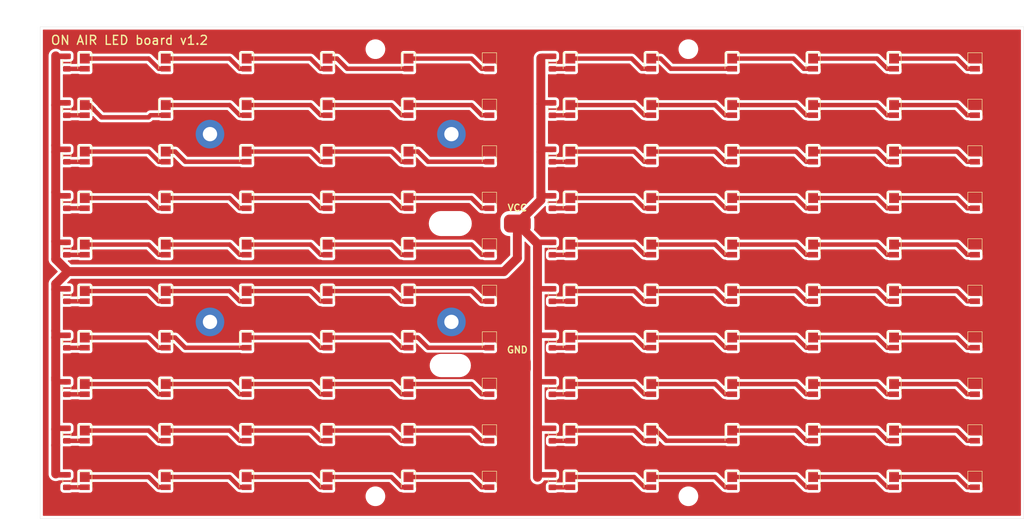
<source format=kicad_pcb>
(kicad_pcb (version 20171130) (host pcbnew "(5.1.6-0-10_14)")
  (layers (0 F.Cu signal) (31 B.Cu signal) (35 F.Paste user) (37 F.SilkS user) (38 B.Mask user) (39 F.Mask user) (44 Edge.Cuts user))
  (net 0 "")
  (net 1 GND)
  (net 2 +VDC)
  (net 3 "Net-(D1-Pad2)")
  (net 4 "Net-(D1-Pad1)")
  (net 5 "Net-(D2-Pad1)")
  (net 6 "Net-(D3-Pad1)")
  (net 7 "Net-(D4-Pad1)")
  (net 8 "Net-(D5-Pad1)")
  (net 9 "Net-(D7-Pad2)")
  (net 10 "Net-(D7-Pad1)")
  (net 11 "Net-(D8-Pad1)")
  (net 12 "Net-(D10-Pad2)")
  (net 13 "Net-(D10-Pad1)")
  (net 14 "Net-(D11-Pad1)")
  (net 15 "Net-(D13-Pad2)")
  (net 16 "Net-(D13-Pad1)")
  (net 17 "Net-(D14-Pad1)")
  (net 18 "Net-(D15-Pad1)")
  (net 19 "Net-(D16-Pad1)")
  (net 20 "Net-(D17-Pad1)")
  (net 21 "Net-(D19-Pad2)")
  (net 22 "Net-(D19-Pad1)")
  (net 23 "Net-(D20-Pad1)")
  (net 24 "Net-(D21-Pad1)")
  (net 25 "Net-(D22-Pad1)")
  (net 26 "Net-(D23-Pad1)")
  (net 27 "Net-(D25-Pad2)")
  (net 28 "Net-(D25-Pad1)")
  (net 29 "Net-(D26-Pad1)")
  (net 30 "Net-(D27-Pad1)")
  (net 31 "Net-(D28-Pad1)")
  (net 32 "Net-(D29-Pad1)")
  (net 33 "Net-(D31-Pad2)")
  (net 34 "Net-(D31-Pad1)")
  (net 35 "Net-(D32-Pad1)")
  (net 36 "Net-(D33-Pad1)")
  (net 37 "Net-(D34-Pad1)")
  (net 38 "Net-(D35-Pad1)")
  (net 39 "Net-(D37-Pad2)")
  (net 40 "Net-(D37-Pad1)")
  (net 41 "Net-(D38-Pad1)")
  (net 42 "Net-(D39-Pad1)")
  (net 43 "Net-(D40-Pad1)")
  (net 44 "Net-(D41-Pad1)")
  (net 45 "Net-(D43-Pad2)")
  (net 46 "Net-(D43-Pad1)")
  (net 47 "Net-(D44-Pad1)")
  (net 48 "Net-(D45-Pad1)")
  (net 49 "Net-(D46-Pad1)")
  (net 50 "Net-(D47-Pad1)")
  (net 51 "Net-(D49-Pad2)")
  (net 52 "Net-(D49-Pad1)")
  (net 53 "Net-(D50-Pad1)")
  (net 54 "Net-(D51-Pad1)")
  (net 55 "Net-(D52-Pad1)")
  (net 56 "Net-(D53-Pad1)")
  (net 57 "Net-(D55-Pad2)")
  (net 58 "Net-(D55-Pad1)")
  (net 59 "Net-(D56-Pad1)")
  (net 60 "Net-(D57-Pad1)")
  (net 61 "Net-(D58-Pad1)")
  (net 62 "Net-(D59-Pad1)")
  (net 63 "Net-(D61-Pad2)")
  (net 64 "Net-(D61-Pad1)")
  (net 65 "Net-(D62-Pad1)")
  (net 66 "Net-(D63-Pad1)")
  (net 67 "Net-(D64-Pad1)")
  (net 68 "Net-(D65-Pad1)")
  (net 69 "Net-(D67-Pad2)")
  (net 70 "Net-(D67-Pad1)")
  (net 71 "Net-(D68-Pad1)")
  (net 72 "Net-(D69-Pad1)")
  (net 73 "Net-(D70-Pad1)")
  (net 74 "Net-(D71-Pad1)")
  (net 75 "Net-(D73-Pad2)")
  (net 76 "Net-(D73-Pad1)")
  (net 77 "Net-(D74-Pad1)")
  (net 78 "Net-(D75-Pad1)")
  (net 79 "Net-(D76-Pad1)")
  (net 80 "Net-(D77-Pad1)")
  (net 81 "Net-(D79-Pad2)")
  (net 82 "Net-(D79-Pad1)")
  (net 83 "Net-(D80-Pad1)")
  (net 84 "Net-(D81-Pad1)")
  (net 85 "Net-(D82-Pad1)")
  (net 86 "Net-(D83-Pad1)")
  (net 87 "Net-(D85-Pad2)")
  (net 88 "Net-(D85-Pad1)")
  (net 89 "Net-(D86-Pad1)")
  (net 90 "Net-(D87-Pad1)")
  (net 91 "Net-(D88-Pad1)")
  (net 92 "Net-(D89-Pad1)")
  (net 93 "Net-(D91-Pad2)")
  (net 94 "Net-(D91-Pad1)")
  (net 95 "Net-(D92-Pad1)")
  (net 96 "Net-(D93-Pad1)")
  (net 97 "Net-(D94-Pad1)")
  (net 98 "Net-(D95-Pad1)")
  (net 99 "Net-(D97-Pad2)")
  (net 100 "Net-(D97-Pad1)")
  (net 101 "Net-(D98-Pad1)")
  (net 102 "Net-(D100-Pad2)")
  (net 103 "Net-(D100-Pad1)")
  (net 104 "Net-(D101-Pad1)")
  (net 105 "Net-(D103-Pad2)")
  (net 106 "Net-(D103-Pad1)")
  (net 107 "Net-(D104-Pad1)")
  (net 108 "Net-(D105-Pad1)")
  (net 109 "Net-(D106-Pad1)")
  (net 110 "Net-(D107-Pad1)")
  (net 111 "Net-(D109-Pad2)")
  (net 112 "Net-(D109-Pad1)")
  (net 113 "Net-(D110-Pad1)")
  (net 114 "Net-(D111-Pad1)")
  (net 115 "Net-(D112-Pad1)")
  (net 116 "Net-(D113-Pad1)")
  (net 117 "Net-(D115-Pad2)")
  (net 118 "Net-(D115-Pad1)")
  (net 119 "Net-(D116-Pad1)")
  (net 120 "Net-(D117-Pad1)")
  (net 121 "Net-(D118-Pad1)")
  (net 122 "Net-(D119-Pad1)")
  (module ViktorStiskala:PAD_conn_oval (layer F.Cu) (at 151.75 114.75 90)
    (fp_text reference J1 hide)
    (fp_text value Conn_01x01)
    (fp_text user GND (at 3.5 0 180) (layer F.SilkS) (effects (font (size 1.5 1.5) (thickness 0.3))))
    (pad "" np_thru_hole oval (at 0 -15 90) (size 4 8) (drill oval 4 8) (layers *.Cu *.Mask))
    (pad 1 connect roundrect (at 0 0 90) (size 4 6) (layers F.Cu F.Mask) (roundrect_rratio 0.3) (net 1 GND))
  )
  (module ViktorStiskala:PAD_conn_oval (layer F.Cu) (at 151.75 83 90)
    (fp_text reference J2 hide)
    (fp_text value Conn_01x01)
    (fp_text user VCC (at 3.5 0 180) (layer F.SilkS) (effects (font (size 1.5 1.5) (thickness 0.3))))
    (pad "" np_thru_hole oval (at 0 -15 90) (size 4 8) (drill oval 4 8) (layers *.Cu *.Mask) (clearance 0.8))
    (pad 1 connect roundrect (at 0 0 90) (size 4 6) (layers F.Cu F.Mask) (roundrect_rratio 0.3) (net 2 +VDC) (clearance 0.8))
  )
  (module LED_SMD:LED_PLCC_2835 (layer F.Cu) (at 73.1 57.4 270)
    (fp_text reference D14 hide)
    (fp_text value LED)
    (pad 2 smd rect (at 1.375 0 270) (size 1.25 2.2) (layers F.Cu F.Paste F.Mask) (net 16 "Net-(D13-Pad1)"))
    (pad 1 smd rect (at -0.9 0 270) (size 2.2 2.2) (layers F.Cu F.Paste F.Mask) (net 17 "Net-(D14-Pad1)"))
  )
  (module LED_SMD:LED_PLCC_2835 (layer F.Cu) (at 254.1 140.6 270)
    (fp_text reference D120 hide)
    (fp_text value LED)
    (pad 2 smd rect (at 1.375 0 270) (size 1.25 2.2) (layers F.Cu F.Paste F.Mask) (net 122 "Net-(D119-Pad1)"))
    (pad 1 smd rect (at -0.9 0 270) (size 2.2 2.2) (layers F.Cu F.Paste F.Mask) (net 1 GND))
  )
  (module LED_SMD:LED_PLCC_2835 (layer F.Cu) (at 236 140.6 270)
    (fp_text reference D119 hide)
    (fp_text value LED)
    (pad 2 smd rect (at 1.375 0 270) (size 1.25 2.2) (layers F.Cu F.Paste F.Mask) (net 121 "Net-(D118-Pad1)"))
    (pad 1 smd rect (at -0.9 0 270) (size 2.2 2.2) (layers F.Cu F.Paste F.Mask) (net 122 "Net-(D119-Pad1)"))
  )
  (module LED_SMD:LED_PLCC_2835 (layer F.Cu) (at 217.9 140.6 270)
    (fp_text reference D118 hide)
    (fp_text value LED)
    (pad 2 smd rect (at 1.375 0 270) (size 1.25 2.2) (layers F.Cu F.Paste F.Mask) (net 120 "Net-(D117-Pad1)"))
    (pad 1 smd rect (at -0.9 0 270) (size 2.2 2.2) (layers F.Cu F.Paste F.Mask) (net 121 "Net-(D118-Pad1)"))
  )
  (module LED_SMD:LED_PLCC_2835 (layer F.Cu) (at 199.8 140.6 270)
    (fp_text reference D117 hide)
    (fp_text value LED)
    (pad 2 smd rect (at 1.375 0 270) (size 1.25 2.2) (layers F.Cu F.Paste F.Mask) (net 119 "Net-(D116-Pad1)"))
    (pad 1 smd rect (at -0.9 0 270) (size 2.2 2.2) (layers F.Cu F.Paste F.Mask) (net 120 "Net-(D117-Pad1)"))
  )
  (module LED_SMD:LED_PLCC_2835 (layer F.Cu) (at 181.7 140.6 270)
    (fp_text reference D116 hide)
    (fp_text value LED)
    (pad 2 smd rect (at 1.375 0 270) (size 1.25 2.2) (layers F.Cu F.Paste F.Mask) (net 118 "Net-(D115-Pad1)"))
    (pad 1 smd rect (at -0.9 0 270) (size 2.2 2.2) (layers F.Cu F.Paste F.Mask) (net 119 "Net-(D116-Pad1)"))
  )
  (module LED_SMD:LED_PLCC_2835 (layer F.Cu) (at 163.6 140.6 270)
    (fp_text reference D115 hide)
    (fp_text value LED)
    (pad 2 smd rect (at 1.375 0 270) (size 1.25 2.2) (layers F.Cu F.Paste F.Mask) (net 117 "Net-(D115-Pad2)"))
    (pad 1 smd rect (at -0.9 0 270) (size 2.2 2.2) (layers F.Cu F.Paste F.Mask) (net 118 "Net-(D115-Pad1)"))
  )
  (module LED_SMD:LED_PLCC_2835 (layer F.Cu) (at 145.5 140.6 270)
    (fp_text reference D114 hide)
    (fp_text value LED)
    (pad 2 smd rect (at 1.375 0 270) (size 1.25 2.2) (layers F.Cu F.Paste F.Mask) (net 116 "Net-(D113-Pad1)"))
    (pad 1 smd rect (at -0.9 0 270) (size 2.2 2.2) (layers F.Cu F.Paste F.Mask) (net 1 GND))
  )
  (module LED_SMD:LED_PLCC_2835 (layer F.Cu) (at 127.4 140.6 270)
    (fp_text reference D113 hide)
    (fp_text value LED)
    (pad 2 smd rect (at 1.375 0 270) (size 1.25 2.2) (layers F.Cu F.Paste F.Mask) (net 115 "Net-(D112-Pad1)"))
    (pad 1 smd rect (at -0.9 0 270) (size 2.2 2.2) (layers F.Cu F.Paste F.Mask) (net 116 "Net-(D113-Pad1)"))
  )
  (module LED_SMD:LED_PLCC_2835 (layer F.Cu) (at 109.3 140.6 270)
    (fp_text reference D112 hide)
    (fp_text value LED)
    (pad 2 smd rect (at 1.375 0 270) (size 1.25 2.2) (layers F.Cu F.Paste F.Mask) (net 114 "Net-(D111-Pad1)"))
    (pad 1 smd rect (at -0.9 0 270) (size 2.2 2.2) (layers F.Cu F.Paste F.Mask) (net 115 "Net-(D112-Pad1)"))
  )
  (module LED_SMD:LED_PLCC_2835 (layer F.Cu) (at 91.2 140.6 270)
    (fp_text reference D111 hide)
    (fp_text value LED)
    (pad 2 smd rect (at 1.375 0 270) (size 1.25 2.2) (layers F.Cu F.Paste F.Mask) (net 113 "Net-(D110-Pad1)"))
    (pad 1 smd rect (at -0.9 0 270) (size 2.2 2.2) (layers F.Cu F.Paste F.Mask) (net 114 "Net-(D111-Pad1)"))
  )
  (module LED_SMD:LED_PLCC_2835 (layer F.Cu) (at 73.1 140.6 270)
    (fp_text reference D110 hide)
    (fp_text value LED)
    (pad 2 smd rect (at 1.375 0 270) (size 1.25 2.2) (layers F.Cu F.Paste F.Mask) (net 112 "Net-(D109-Pad1)"))
    (pad 1 smd rect (at -0.9 0 270) (size 2.2 2.2) (layers F.Cu F.Paste F.Mask) (net 113 "Net-(D110-Pad1)"))
  )
  (module LED_SMD:LED_PLCC_2835 (layer F.Cu) (at 55 140.6 270)
    (fp_text reference D109 hide)
    (fp_text value LED)
    (pad 2 smd rect (at 1.375 0 270) (size 1.25 2.2) (layers F.Cu F.Paste F.Mask) (net 111 "Net-(D109-Pad2)"))
    (pad 1 smd rect (at -0.9 0 270) (size 2.2 2.2) (layers F.Cu F.Paste F.Mask) (net 112 "Net-(D109-Pad1)"))
  )
  (module LED_SMD:LED_PLCC_2835 (layer F.Cu) (at 254.1 130.2 270)
    (fp_text reference D108 hide)
    (fp_text value LED)
    (pad 2 smd rect (at 1.375 0 270) (size 1.25 2.2) (layers F.Cu F.Paste F.Mask) (net 110 "Net-(D107-Pad1)"))
    (pad 1 smd rect (at -0.9 0 270) (size 2.2 2.2) (layers F.Cu F.Paste F.Mask) (net 1 GND))
  )
  (module LED_SMD:LED_PLCC_2835 (layer F.Cu) (at 236 130.2 270)
    (fp_text reference D107 hide)
    (fp_text value LED)
    (pad 2 smd rect (at 1.375 0 270) (size 1.25 2.2) (layers F.Cu F.Paste F.Mask) (net 109 "Net-(D106-Pad1)"))
    (pad 1 smd rect (at -0.9 0 270) (size 2.2 2.2) (layers F.Cu F.Paste F.Mask) (net 110 "Net-(D107-Pad1)"))
  )
  (module LED_SMD:LED_PLCC_2835 (layer F.Cu) (at 217.9 130.2 270)
    (fp_text reference D106 hide)
    (fp_text value LED)
    (pad 2 smd rect (at 1.375 0 270) (size 1.25 2.2) (layers F.Cu F.Paste F.Mask) (net 108 "Net-(D105-Pad1)"))
    (pad 1 smd rect (at -0.9 0 270) (size 2.2 2.2) (layers F.Cu F.Paste F.Mask) (net 109 "Net-(D106-Pad1)"))
  )
  (module LED_SMD:LED_PLCC_2835 (layer F.Cu) (at 199.8 130.2 270)
    (fp_text reference D105 hide)
    (fp_text value LED)
    (pad 2 smd rect (at 1.375 0 270) (size 1.25 2.2) (layers F.Cu F.Paste F.Mask) (net 107 "Net-(D104-Pad1)"))
    (pad 1 smd rect (at -0.9 0 270) (size 2.2 2.2) (layers F.Cu F.Paste F.Mask) (net 108 "Net-(D105-Pad1)"))
  )
  (module LED_SMD:LED_PLCC_2835 (layer F.Cu) (at 181.7 130.2 270)
    (fp_text reference D104 hide)
    (fp_text value LED)
    (pad 2 smd rect (at 1.375 0 270) (size 1.25 2.2) (layers F.Cu F.Paste F.Mask) (net 106 "Net-(D103-Pad1)"))
    (pad 1 smd rect (at -0.9 0 270) (size 2.2 2.2) (layers F.Cu F.Paste F.Mask) (net 107 "Net-(D104-Pad1)"))
  )
  (module LED_SMD:LED_PLCC_2835 (layer F.Cu) (at 163.6 130.2 270)
    (fp_text reference D103 hide)
    (fp_text value LED)
    (pad 2 smd rect (at 1.375 0 270) (size 1.25 2.2) (layers F.Cu F.Paste F.Mask) (net 105 "Net-(D103-Pad2)"))
    (pad 1 smd rect (at -0.9 0 270) (size 2.2 2.2) (layers F.Cu F.Paste F.Mask) (net 106 "Net-(D103-Pad1)"))
  )
  (module LED_SMD:LED_PLCC_2835 (layer F.Cu) (at 145.5 130.2 270)
    (fp_text reference D102 hide)
    (fp_text value LED)
    (pad 2 smd rect (at 1.375 0 270) (size 1.25 2.2) (layers F.Cu F.Paste F.Mask) (net 104 "Net-(D101-Pad1)"))
    (pad 1 smd rect (at -0.9 0 270) (size 2.2 2.2) (layers F.Cu F.Paste F.Mask) (net 1 GND))
  )
  (module LED_SMD:LED_PLCC_2835 (layer F.Cu) (at 127.4 130.2 270)
    (fp_text reference D101 hide)
    (fp_text value LED)
    (pad 2 smd rect (at 1.375 0 270) (size 1.25 2.2) (layers F.Cu F.Paste F.Mask) (net 103 "Net-(D100-Pad1)"))
    (pad 1 smd rect (at -0.9 0 270) (size 2.2 2.2) (layers F.Cu F.Paste F.Mask) (net 104 "Net-(D101-Pad1)"))
  )
  (module LED_SMD:LED_PLCC_2835 (layer F.Cu) (at 109.3 130.2 270)
    (fp_text reference D100 hide)
    (fp_text value LED)
    (pad 2 smd rect (at 1.375 0 270) (size 1.25 2.2) (layers F.Cu F.Paste F.Mask) (net 102 "Net-(D100-Pad2)"))
    (pad 1 smd rect (at -0.9 0 270) (size 2.2 2.2) (layers F.Cu F.Paste F.Mask) (net 103 "Net-(D100-Pad1)"))
  )
  (module LED_SMD:LED_PLCC_2835 (layer F.Cu) (at 91.2 130.2 270)
    (fp_text reference D99 hide)
    (fp_text value LED)
    (pad 2 smd rect (at 1.375 0 270) (size 1.25 2.2) (layers F.Cu F.Paste F.Mask) (net 101 "Net-(D98-Pad1)"))
    (pad 1 smd rect (at -0.9 0 270) (size 2.2 2.2) (layers F.Cu F.Paste F.Mask) (net 102 "Net-(D100-Pad2)"))
  )
  (module LED_SMD:LED_PLCC_2835 (layer F.Cu) (at 73.1 130.2 270)
    (fp_text reference D98 hide)
    (fp_text value LED)
    (pad 2 smd rect (at 1.375 0 270) (size 1.25 2.2) (layers F.Cu F.Paste F.Mask) (net 100 "Net-(D97-Pad1)"))
    (pad 1 smd rect (at -0.9 0 270) (size 2.2 2.2) (layers F.Cu F.Paste F.Mask) (net 101 "Net-(D98-Pad1)"))
  )
  (module LED_SMD:LED_PLCC_2835 (layer F.Cu) (at 55 130.2 270)
    (fp_text reference D97 hide)
    (fp_text value LED)
    (pad 2 smd rect (at 1.375 0 270) (size 1.25 2.2) (layers F.Cu F.Paste F.Mask) (net 99 "Net-(D97-Pad2)"))
    (pad 1 smd rect (at -0.9 0 270) (size 2.2 2.2) (layers F.Cu F.Paste F.Mask) (net 100 "Net-(D97-Pad1)"))
  )
  (module LED_SMD:LED_PLCC_2835 (layer F.Cu) (at 254.1 119.8 270)
    (fp_text reference D96 hide)
    (fp_text value LED)
    (pad 2 smd rect (at 1.375 0 270) (size 1.25 2.2) (layers F.Cu F.Paste F.Mask) (net 98 "Net-(D95-Pad1)"))
    (pad 1 smd rect (at -0.9 0 270) (size 2.2 2.2) (layers F.Cu F.Paste F.Mask) (net 1 GND))
  )
  (module LED_SMD:LED_PLCC_2835 (layer F.Cu) (at 236 119.8 270)
    (fp_text reference D95 hide)
    (fp_text value LED)
    (pad 2 smd rect (at 1.375 0 270) (size 1.25 2.2) (layers F.Cu F.Paste F.Mask) (net 97 "Net-(D94-Pad1)"))
    (pad 1 smd rect (at -0.9 0 270) (size 2.2 2.2) (layers F.Cu F.Paste F.Mask) (net 98 "Net-(D95-Pad1)"))
  )
  (module LED_SMD:LED_PLCC_2835 (layer F.Cu) (at 217.9 119.8 270)
    (fp_text reference D94 hide)
    (fp_text value LED)
    (pad 2 smd rect (at 1.375 0 270) (size 1.25 2.2) (layers F.Cu F.Paste F.Mask) (net 96 "Net-(D93-Pad1)"))
    (pad 1 smd rect (at -0.9 0 270) (size 2.2 2.2) (layers F.Cu F.Paste F.Mask) (net 97 "Net-(D94-Pad1)"))
  )
  (module LED_SMD:LED_PLCC_2835 (layer F.Cu) (at 199.8 119.8 270)
    (fp_text reference D93 hide)
    (fp_text value LED)
    (pad 2 smd rect (at 1.375 0 270) (size 1.25 2.2) (layers F.Cu F.Paste F.Mask) (net 95 "Net-(D92-Pad1)"))
    (pad 1 smd rect (at -0.9 0 270) (size 2.2 2.2) (layers F.Cu F.Paste F.Mask) (net 96 "Net-(D93-Pad1)"))
  )
  (module LED_SMD:LED_PLCC_2835 (layer F.Cu) (at 181.7 119.8 270)
    (fp_text reference D92 hide)
    (fp_text value LED)
    (pad 2 smd rect (at 1.375 0 270) (size 1.25 2.2) (layers F.Cu F.Paste F.Mask) (net 94 "Net-(D91-Pad1)"))
    (pad 1 smd rect (at -0.9 0 270) (size 2.2 2.2) (layers F.Cu F.Paste F.Mask) (net 95 "Net-(D92-Pad1)"))
  )
  (module LED_SMD:LED_PLCC_2835 (layer F.Cu) (at 163.6 119.8 270)
    (fp_text reference D91 hide)
    (fp_text value LED)
    (pad 2 smd rect (at 1.375 0 270) (size 1.25 2.2) (layers F.Cu F.Paste F.Mask) (net 93 "Net-(D91-Pad2)"))
    (pad 1 smd rect (at -0.9 0 270) (size 2.2 2.2) (layers F.Cu F.Paste F.Mask) (net 94 "Net-(D91-Pad1)"))
  )
  (module LED_SMD:LED_PLCC_2835 (layer F.Cu) (at 145.5 119.8 270)
    (fp_text reference D90 hide)
    (fp_text value LED)
    (pad 2 smd rect (at 1.375 0 270) (size 1.25 2.2) (layers F.Cu F.Paste F.Mask) (net 92 "Net-(D89-Pad1)"))
    (pad 1 smd rect (at -0.9 0 270) (size 2.2 2.2) (layers F.Cu F.Paste F.Mask) (net 1 GND))
  )
  (module LED_SMD:LED_PLCC_2835 (layer F.Cu) (at 127.4 119.8 270)
    (fp_text reference D89 hide)
    (fp_text value LED)
    (pad 2 smd rect (at 1.375 0 270) (size 1.25 2.2) (layers F.Cu F.Paste F.Mask) (net 91 "Net-(D88-Pad1)"))
    (pad 1 smd rect (at -0.9 0 270) (size 2.2 2.2) (layers F.Cu F.Paste F.Mask) (net 92 "Net-(D89-Pad1)"))
  )
  (module LED_SMD:LED_PLCC_2835 (layer F.Cu) (at 109.3 119.8 270)
    (fp_text reference D88 hide)
    (fp_text value LED)
    (pad 2 smd rect (at 1.375 0 270) (size 1.25 2.2) (layers F.Cu F.Paste F.Mask) (net 90 "Net-(D87-Pad1)"))
    (pad 1 smd rect (at -0.9 0 270) (size 2.2 2.2) (layers F.Cu F.Paste F.Mask) (net 91 "Net-(D88-Pad1)"))
  )
  (module LED_SMD:LED_PLCC_2835 (layer F.Cu) (at 91.2 119.8 270)
    (fp_text reference D87 hide)
    (fp_text value LED)
    (pad 2 smd rect (at 1.375 0 270) (size 1.25 2.2) (layers F.Cu F.Paste F.Mask) (net 89 "Net-(D86-Pad1)"))
    (pad 1 smd rect (at -0.9 0 270) (size 2.2 2.2) (layers F.Cu F.Paste F.Mask) (net 90 "Net-(D87-Pad1)"))
  )
  (module LED_SMD:LED_PLCC_2835 (layer F.Cu) (at 73.1 119.8 270)
    (fp_text reference D86 hide)
    (fp_text value LED)
    (pad 2 smd rect (at 1.375 0 270) (size 1.25 2.2) (layers F.Cu F.Paste F.Mask) (net 88 "Net-(D85-Pad1)"))
    (pad 1 smd rect (at -0.9 0 270) (size 2.2 2.2) (layers F.Cu F.Paste F.Mask) (net 89 "Net-(D86-Pad1)"))
  )
  (module LED_SMD:LED_PLCC_2835 (layer F.Cu) (at 55 119.8 270)
    (fp_text reference D85 hide)
    (fp_text value LED)
    (pad 2 smd rect (at 1.375 0 270) (size 1.25 2.2) (layers F.Cu F.Paste F.Mask) (net 87 "Net-(D85-Pad2)"))
    (pad 1 smd rect (at -0.9 0 270) (size 2.2 2.2) (layers F.Cu F.Paste F.Mask) (net 88 "Net-(D85-Pad1)"))
  )
  (module LED_SMD:LED_PLCC_2835 (layer F.Cu) (at 254.1 109.4 270)
    (fp_text reference D84 hide)
    (fp_text value LED)
    (pad 2 smd rect (at 1.375 0 270) (size 1.25 2.2) (layers F.Cu F.Paste F.Mask) (net 86 "Net-(D83-Pad1)"))
    (pad 1 smd rect (at -0.9 0 270) (size 2.2 2.2) (layers F.Cu F.Paste F.Mask) (net 1 GND))
  )
  (module LED_SMD:LED_PLCC_2835 (layer F.Cu) (at 236 109.4 270)
    (fp_text reference D83 hide)
    (fp_text value LED)
    (pad 2 smd rect (at 1.375 0 270) (size 1.25 2.2) (layers F.Cu F.Paste F.Mask) (net 85 "Net-(D82-Pad1)"))
    (pad 1 smd rect (at -0.9 0 270) (size 2.2 2.2) (layers F.Cu F.Paste F.Mask) (net 86 "Net-(D83-Pad1)"))
  )
  (module LED_SMD:LED_PLCC_2835 (layer F.Cu) (at 217.9 109.4 270)
    (fp_text reference D82 hide)
    (fp_text value LED)
    (pad 2 smd rect (at 1.375 0 270) (size 1.25 2.2) (layers F.Cu F.Paste F.Mask) (net 84 "Net-(D81-Pad1)"))
    (pad 1 smd rect (at -0.9 0 270) (size 2.2 2.2) (layers F.Cu F.Paste F.Mask) (net 85 "Net-(D82-Pad1)"))
  )
  (module LED_SMD:LED_PLCC_2835 (layer F.Cu) (at 199.8 109.4 270)
    (fp_text reference D81 hide)
    (fp_text value LED)
    (pad 2 smd rect (at 1.375 0 270) (size 1.25 2.2) (layers F.Cu F.Paste F.Mask) (net 83 "Net-(D80-Pad1)"))
    (pad 1 smd rect (at -0.9 0 270) (size 2.2 2.2) (layers F.Cu F.Paste F.Mask) (net 84 "Net-(D81-Pad1)"))
  )
  (module LED_SMD:LED_PLCC_2835 (layer F.Cu) (at 181.7 109.4 270)
    (fp_text reference D80 hide)
    (fp_text value LED)
    (pad 2 smd rect (at 1.375 0 270) (size 1.25 2.2) (layers F.Cu F.Paste F.Mask) (net 82 "Net-(D79-Pad1)"))
    (pad 1 smd rect (at -0.9 0 270) (size 2.2 2.2) (layers F.Cu F.Paste F.Mask) (net 83 "Net-(D80-Pad1)"))
  )
  (module LED_SMD:LED_PLCC_2835 (layer F.Cu) (at 163.6 109.4 270)
    (fp_text reference D79 hide)
    (fp_text value LED)
    (pad 2 smd rect (at 1.375 0 270) (size 1.25 2.2) (layers F.Cu F.Paste F.Mask) (net 81 "Net-(D79-Pad2)"))
    (pad 1 smd rect (at -0.9 0 270) (size 2.2 2.2) (layers F.Cu F.Paste F.Mask) (net 82 "Net-(D79-Pad1)"))
  )
  (module LED_SMD:LED_PLCC_2835 (layer F.Cu) (at 145.5 109.4 270)
    (fp_text reference D78 hide)
    (fp_text value LED)
    (pad 2 smd rect (at 1.375 0 270) (size 1.25 2.2) (layers F.Cu F.Paste F.Mask) (net 80 "Net-(D77-Pad1)"))
    (pad 1 smd rect (at -0.9 0 270) (size 2.2 2.2) (layers F.Cu F.Paste F.Mask) (net 1 GND))
  )
  (module LED_SMD:LED_PLCC_2835 (layer F.Cu) (at 127.4 109.4 270)
    (fp_text reference D77 hide)
    (fp_text value LED)
    (pad 2 smd rect (at 1.375 0 270) (size 1.25 2.2) (layers F.Cu F.Paste F.Mask) (net 79 "Net-(D76-Pad1)"))
    (pad 1 smd rect (at -0.9 0 270) (size 2.2 2.2) (layers F.Cu F.Paste F.Mask) (net 80 "Net-(D77-Pad1)"))
  )
  (module LED_SMD:LED_PLCC_2835 (layer F.Cu) (at 109.3 109.4 270)
    (fp_text reference D76 hide)
    (fp_text value LED)
    (pad 2 smd rect (at 1.375 0 270) (size 1.25 2.2) (layers F.Cu F.Paste F.Mask) (net 78 "Net-(D75-Pad1)"))
    (pad 1 smd rect (at -0.9 0 270) (size 2.2 2.2) (layers F.Cu F.Paste F.Mask) (net 79 "Net-(D76-Pad1)"))
  )
  (module LED_SMD:LED_PLCC_2835 (layer F.Cu) (at 91.2 109.4 270)
    (fp_text reference D75 hide)
    (fp_text value LED)
    (pad 2 smd rect (at 1.375 0 270) (size 1.25 2.2) (layers F.Cu F.Paste F.Mask) (net 77 "Net-(D74-Pad1)"))
    (pad 1 smd rect (at -0.9 0 270) (size 2.2 2.2) (layers F.Cu F.Paste F.Mask) (net 78 "Net-(D75-Pad1)"))
  )
  (module LED_SMD:LED_PLCC_2835 (layer F.Cu) (at 73.1 109.4 270)
    (fp_text reference D74 hide)
    (fp_text value LED)
    (pad 2 smd rect (at 1.375 0 270) (size 1.25 2.2) (layers F.Cu F.Paste F.Mask) (net 76 "Net-(D73-Pad1)"))
    (pad 1 smd rect (at -0.9 0 270) (size 2.2 2.2) (layers F.Cu F.Paste F.Mask) (net 77 "Net-(D74-Pad1)"))
  )
  (module LED_SMD:LED_PLCC_2835 (layer F.Cu) (at 55 109.4 270)
    (fp_text reference D73 hide)
    (fp_text value LED)
    (pad 2 smd rect (at 1.375 0 270) (size 1.25 2.2) (layers F.Cu F.Paste F.Mask) (net 75 "Net-(D73-Pad2)"))
    (pad 1 smd rect (at -0.9 0 270) (size 2.2 2.2) (layers F.Cu F.Paste F.Mask) (net 76 "Net-(D73-Pad1)"))
  )
  (module LED_SMD:LED_PLCC_2835 (layer F.Cu) (at 254.1 99 270)
    (fp_text reference D72 hide)
    (fp_text value LED)
    (pad 2 smd rect (at 1.375 0 270) (size 1.25 2.2) (layers F.Cu F.Paste F.Mask) (net 74 "Net-(D71-Pad1)"))
    (pad 1 smd rect (at -0.9 0 270) (size 2.2 2.2) (layers F.Cu F.Paste F.Mask) (net 1 GND))
  )
  (module LED_SMD:LED_PLCC_2835 (layer F.Cu) (at 236 99 270)
    (fp_text reference D71 hide)
    (fp_text value LED)
    (pad 2 smd rect (at 1.375 0 270) (size 1.25 2.2) (layers F.Cu F.Paste F.Mask) (net 73 "Net-(D70-Pad1)"))
    (pad 1 smd rect (at -0.9 0 270) (size 2.2 2.2) (layers F.Cu F.Paste F.Mask) (net 74 "Net-(D71-Pad1)"))
  )
  (module LED_SMD:LED_PLCC_2835 (layer F.Cu) (at 217.9 99 270)
    (fp_text reference D70 hide)
    (fp_text value LED)
    (pad 2 smd rect (at 1.375 0 270) (size 1.25 2.2) (layers F.Cu F.Paste F.Mask) (net 72 "Net-(D69-Pad1)"))
    (pad 1 smd rect (at -0.9 0 270) (size 2.2 2.2) (layers F.Cu F.Paste F.Mask) (net 73 "Net-(D70-Pad1)"))
  )
  (module LED_SMD:LED_PLCC_2835 (layer F.Cu) (at 199.8 99 270)
    (fp_text reference D69 hide)
    (fp_text value LED)
    (pad 2 smd rect (at 1.375 0 270) (size 1.25 2.2) (layers F.Cu F.Paste F.Mask) (net 71 "Net-(D68-Pad1)"))
    (pad 1 smd rect (at -0.9 0 270) (size 2.2 2.2) (layers F.Cu F.Paste F.Mask) (net 72 "Net-(D69-Pad1)"))
  )
  (module LED_SMD:LED_PLCC_2835 (layer F.Cu) (at 181.7 99 270)
    (fp_text reference D68 hide)
    (fp_text value LED)
    (pad 2 smd rect (at 1.375 0 270) (size 1.25 2.2) (layers F.Cu F.Paste F.Mask) (net 70 "Net-(D67-Pad1)"))
    (pad 1 smd rect (at -0.9 0 270) (size 2.2 2.2) (layers F.Cu F.Paste F.Mask) (net 71 "Net-(D68-Pad1)"))
  )
  (module LED_SMD:LED_PLCC_2835 (layer F.Cu) (at 163.6 99 270)
    (fp_text reference D67 hide)
    (fp_text value LED)
    (pad 2 smd rect (at 1.375 0 270) (size 1.25 2.2) (layers F.Cu F.Paste F.Mask) (net 69 "Net-(D67-Pad2)"))
    (pad 1 smd rect (at -0.9 0 270) (size 2.2 2.2) (layers F.Cu F.Paste F.Mask) (net 70 "Net-(D67-Pad1)"))
  )
  (module LED_SMD:LED_PLCC_2835 (layer F.Cu) (at 145.5 99 270)
    (fp_text reference D66 hide)
    (fp_text value LED)
    (pad 2 smd rect (at 1.375 0 270) (size 1.25 2.2) (layers F.Cu F.Paste F.Mask) (net 68 "Net-(D65-Pad1)"))
    (pad 1 smd rect (at -0.9 0 270) (size 2.2 2.2) (layers F.Cu F.Paste F.Mask) (net 1 GND))
  )
  (module LED_SMD:LED_PLCC_2835 (layer F.Cu) (at 127.4 99 270)
    (fp_text reference D65 hide)
    (fp_text value LED)
    (pad 2 smd rect (at 1.375 0 270) (size 1.25 2.2) (layers F.Cu F.Paste F.Mask) (net 67 "Net-(D64-Pad1)"))
    (pad 1 smd rect (at -0.9 0 270) (size 2.2 2.2) (layers F.Cu F.Paste F.Mask) (net 68 "Net-(D65-Pad1)"))
  )
  (module LED_SMD:LED_PLCC_2835 (layer F.Cu) (at 109.3 99 270)
    (fp_text reference D64 hide)
    (fp_text value LED)
    (pad 2 smd rect (at 1.375 0 270) (size 1.25 2.2) (layers F.Cu F.Paste F.Mask) (net 66 "Net-(D63-Pad1)"))
    (pad 1 smd rect (at -0.9 0 270) (size 2.2 2.2) (layers F.Cu F.Paste F.Mask) (net 67 "Net-(D64-Pad1)"))
  )
  (module LED_SMD:LED_PLCC_2835 (layer F.Cu) (at 91.2 99 270)
    (fp_text reference D63 hide)
    (fp_text value LED)
    (pad 2 smd rect (at 1.375 0 270) (size 1.25 2.2) (layers F.Cu F.Paste F.Mask) (net 65 "Net-(D62-Pad1)"))
    (pad 1 smd rect (at -0.9 0 270) (size 2.2 2.2) (layers F.Cu F.Paste F.Mask) (net 66 "Net-(D63-Pad1)"))
  )
  (module LED_SMD:LED_PLCC_2835 (layer F.Cu) (at 73.1 99 270)
    (fp_text reference D62 hide)
    (fp_text value LED)
    (pad 2 smd rect (at 1.375 0 270) (size 1.25 2.2) (layers F.Cu F.Paste F.Mask) (net 64 "Net-(D61-Pad1)"))
    (pad 1 smd rect (at -0.9 0 270) (size 2.2 2.2) (layers F.Cu F.Paste F.Mask) (net 65 "Net-(D62-Pad1)"))
  )
  (module LED_SMD:LED_PLCC_2835 (layer F.Cu) (at 55 99 270)
    (fp_text reference D61 hide)
    (fp_text value LED)
    (pad 2 smd rect (at 1.375 0 270) (size 1.25 2.2) (layers F.Cu F.Paste F.Mask) (net 63 "Net-(D61-Pad2)"))
    (pad 1 smd rect (at -0.9 0 270) (size 2.2 2.2) (layers F.Cu F.Paste F.Mask) (net 64 "Net-(D61-Pad1)"))
  )
  (module LED_SMD:LED_PLCC_2835 (layer F.Cu) (at 254.1 88.6 270)
    (fp_text reference D60 hide)
    (fp_text value LED)
    (pad 2 smd rect (at 1.375 0 270) (size 1.25 2.2) (layers F.Cu F.Paste F.Mask) (net 62 "Net-(D59-Pad1)"))
    (pad 1 smd rect (at -0.9 0 270) (size 2.2 2.2) (layers F.Cu F.Paste F.Mask) (net 1 GND))
  )
  (module LED_SMD:LED_PLCC_2835 (layer F.Cu) (at 236 88.6 270)
    (fp_text reference D59 hide)
    (fp_text value LED)
    (pad 2 smd rect (at 1.375 0 270) (size 1.25 2.2) (layers F.Cu F.Paste F.Mask) (net 61 "Net-(D58-Pad1)"))
    (pad 1 smd rect (at -0.9 0 270) (size 2.2 2.2) (layers F.Cu F.Paste F.Mask) (net 62 "Net-(D59-Pad1)"))
  )
  (module LED_SMD:LED_PLCC_2835 (layer F.Cu) (at 217.9 88.6 270)
    (fp_text reference D58 hide)
    (fp_text value LED)
    (pad 2 smd rect (at 1.375 0 270) (size 1.25 2.2) (layers F.Cu F.Paste F.Mask) (net 60 "Net-(D57-Pad1)"))
    (pad 1 smd rect (at -0.9 0 270) (size 2.2 2.2) (layers F.Cu F.Paste F.Mask) (net 61 "Net-(D58-Pad1)"))
  )
  (module LED_SMD:LED_PLCC_2835 (layer F.Cu) (at 199.8 88.6 270)
    (fp_text reference D57 hide)
    (fp_text value LED)
    (pad 2 smd rect (at 1.375 0 270) (size 1.25 2.2) (layers F.Cu F.Paste F.Mask) (net 59 "Net-(D56-Pad1)"))
    (pad 1 smd rect (at -0.9 0 270) (size 2.2 2.2) (layers F.Cu F.Paste F.Mask) (net 60 "Net-(D57-Pad1)"))
  )
  (module LED_SMD:LED_PLCC_2835 (layer F.Cu) (at 181.7 88.6 270)
    (fp_text reference D56 hide)
    (fp_text value LED)
    (pad 2 smd rect (at 1.375 0 270) (size 1.25 2.2) (layers F.Cu F.Paste F.Mask) (net 58 "Net-(D55-Pad1)"))
    (pad 1 smd rect (at -0.9 0 270) (size 2.2 2.2) (layers F.Cu F.Paste F.Mask) (net 59 "Net-(D56-Pad1)"))
  )
  (module LED_SMD:LED_PLCC_2835 (layer F.Cu) (at 163.6 88.6 270)
    (fp_text reference D55 hide)
    (fp_text value LED)
    (pad 2 smd rect (at 1.375 0 270) (size 1.25 2.2) (layers F.Cu F.Paste F.Mask) (net 57 "Net-(D55-Pad2)"))
    (pad 1 smd rect (at -0.9 0 270) (size 2.2 2.2) (layers F.Cu F.Paste F.Mask) (net 58 "Net-(D55-Pad1)"))
  )
  (module LED_SMD:LED_PLCC_2835 (layer F.Cu) (at 145.5 88.6 270)
    (fp_text reference D54 hide)
    (fp_text value LED)
    (pad 2 smd rect (at 1.375 0 270) (size 1.25 2.2) (layers F.Cu F.Paste F.Mask) (net 56 "Net-(D53-Pad1)"))
    (pad 1 smd rect (at -0.9 0 270) (size 2.2 2.2) (layers F.Cu F.Paste F.Mask) (net 1 GND))
  )
  (module LED_SMD:LED_PLCC_2835 (layer F.Cu) (at 127.4 88.6 270)
    (fp_text reference D53 hide)
    (fp_text value LED)
    (pad 2 smd rect (at 1.375 0 270) (size 1.25 2.2) (layers F.Cu F.Paste F.Mask) (net 55 "Net-(D52-Pad1)"))
    (pad 1 smd rect (at -0.9 0 270) (size 2.2 2.2) (layers F.Cu F.Paste F.Mask) (net 56 "Net-(D53-Pad1)"))
  )
  (module LED_SMD:LED_PLCC_2835 (layer F.Cu) (at 109.3 88.6 270)
    (fp_text reference D52 hide)
    (fp_text value LED)
    (pad 2 smd rect (at 1.375 0 270) (size 1.25 2.2) (layers F.Cu F.Paste F.Mask) (net 54 "Net-(D51-Pad1)"))
    (pad 1 smd rect (at -0.9 0 270) (size 2.2 2.2) (layers F.Cu F.Paste F.Mask) (net 55 "Net-(D52-Pad1)"))
  )
  (module LED_SMD:LED_PLCC_2835 (layer F.Cu) (at 91.2 88.6 270)
    (fp_text reference D51 hide)
    (fp_text value LED)
    (pad 2 smd rect (at 1.375 0 270) (size 1.25 2.2) (layers F.Cu F.Paste F.Mask) (net 53 "Net-(D50-Pad1)"))
    (pad 1 smd rect (at -0.9 0 270) (size 2.2 2.2) (layers F.Cu F.Paste F.Mask) (net 54 "Net-(D51-Pad1)"))
  )
  (module LED_SMD:LED_PLCC_2835 (layer F.Cu) (at 73.1 88.6 270)
    (fp_text reference D50 hide)
    (fp_text value LED)
    (pad 2 smd rect (at 1.375 0 270) (size 1.25 2.2) (layers F.Cu F.Paste F.Mask) (net 52 "Net-(D49-Pad1)"))
    (pad 1 smd rect (at -0.9 0 270) (size 2.2 2.2) (layers F.Cu F.Paste F.Mask) (net 53 "Net-(D50-Pad1)"))
  )
  (module LED_SMD:LED_PLCC_2835 (layer F.Cu) (at 55 88.6 270)
    (fp_text reference D49 hide)
    (fp_text value LED)
    (pad 2 smd rect (at 1.375 0 270) (size 1.25 2.2) (layers F.Cu F.Paste F.Mask) (net 51 "Net-(D49-Pad2)"))
    (pad 1 smd rect (at -0.9 0 270) (size 2.2 2.2) (layers F.Cu F.Paste F.Mask) (net 52 "Net-(D49-Pad1)"))
  )
  (module LED_SMD:LED_PLCC_2835 (layer F.Cu) (at 254.1 78.2 270)
    (fp_text reference D48 hide)
    (fp_text value LED)
    (pad 2 smd rect (at 1.375 0 270) (size 1.25 2.2) (layers F.Cu F.Paste F.Mask) (net 50 "Net-(D47-Pad1)"))
    (pad 1 smd rect (at -0.9 0 270) (size 2.2 2.2) (layers F.Cu F.Paste F.Mask) (net 1 GND))
  )
  (module LED_SMD:LED_PLCC_2835 (layer F.Cu) (at 236 78.2 270)
    (fp_text reference D47 hide)
    (fp_text value LED)
    (pad 2 smd rect (at 1.375 0 270) (size 1.25 2.2) (layers F.Cu F.Paste F.Mask) (net 49 "Net-(D46-Pad1)"))
    (pad 1 smd rect (at -0.9 0 270) (size 2.2 2.2) (layers F.Cu F.Paste F.Mask) (net 50 "Net-(D47-Pad1)"))
  )
  (module LED_SMD:LED_PLCC_2835 (layer F.Cu) (at 217.9 78.2 270)
    (fp_text reference D46 hide)
    (fp_text value LED)
    (pad 2 smd rect (at 1.375 0 270) (size 1.25 2.2) (layers F.Cu F.Paste F.Mask) (net 48 "Net-(D45-Pad1)"))
    (pad 1 smd rect (at -0.9 0 270) (size 2.2 2.2) (layers F.Cu F.Paste F.Mask) (net 49 "Net-(D46-Pad1)"))
  )
  (module LED_SMD:LED_PLCC_2835 (layer F.Cu) (at 199.8 78.2 270)
    (fp_text reference D45 hide)
    (fp_text value LED)
    (pad 2 smd rect (at 1.375 0 270) (size 1.25 2.2) (layers F.Cu F.Paste F.Mask) (net 47 "Net-(D44-Pad1)"))
    (pad 1 smd rect (at -0.9 0 270) (size 2.2 2.2) (layers F.Cu F.Paste F.Mask) (net 48 "Net-(D45-Pad1)"))
  )
  (module LED_SMD:LED_PLCC_2835 (layer F.Cu) (at 181.7 78.2 270)
    (fp_text reference D44 hide)
    (fp_text value LED)
    (pad 2 smd rect (at 1.375 0 270) (size 1.25 2.2) (layers F.Cu F.Paste F.Mask) (net 46 "Net-(D43-Pad1)"))
    (pad 1 smd rect (at -0.9 0 270) (size 2.2 2.2) (layers F.Cu F.Paste F.Mask) (net 47 "Net-(D44-Pad1)"))
  )
  (module LED_SMD:LED_PLCC_2835 (layer F.Cu) (at 163.6 78.2 270)
    (fp_text reference D43 hide)
    (fp_text value LED)
    (pad 2 smd rect (at 1.375 0 270) (size 1.25 2.2) (layers F.Cu F.Paste F.Mask) (net 45 "Net-(D43-Pad2)"))
    (pad 1 smd rect (at -0.9 0 270) (size 2.2 2.2) (layers F.Cu F.Paste F.Mask) (net 46 "Net-(D43-Pad1)"))
  )
  (module LED_SMD:LED_PLCC_2835 (layer F.Cu) (at 145.5 78.2 270)
    (fp_text reference D42 hide)
    (fp_text value LED)
    (pad 2 smd rect (at 1.375 0 270) (size 1.25 2.2) (layers F.Cu F.Paste F.Mask) (net 44 "Net-(D41-Pad1)"))
    (pad 1 smd rect (at -0.9 0 270) (size 2.2 2.2) (layers F.Cu F.Paste F.Mask) (net 1 GND))
  )
  (module LED_SMD:LED_PLCC_2835 (layer F.Cu) (at 127.4 78.2 270)
    (fp_text reference D41 hide)
    (fp_text value LED)
    (pad 2 smd rect (at 1.375 0 270) (size 1.25 2.2) (layers F.Cu F.Paste F.Mask) (net 43 "Net-(D40-Pad1)"))
    (pad 1 smd rect (at -0.9 0 270) (size 2.2 2.2) (layers F.Cu F.Paste F.Mask) (net 44 "Net-(D41-Pad1)"))
  )
  (module LED_SMD:LED_PLCC_2835 (layer F.Cu) (at 109.3 78.2 270)
    (fp_text reference D40 hide)
    (fp_text value LED)
    (pad 2 smd rect (at 1.375 0 270) (size 1.25 2.2) (layers F.Cu F.Paste F.Mask) (net 42 "Net-(D39-Pad1)"))
    (pad 1 smd rect (at -0.9 0 270) (size 2.2 2.2) (layers F.Cu F.Paste F.Mask) (net 43 "Net-(D40-Pad1)"))
  )
  (module LED_SMD:LED_PLCC_2835 (layer F.Cu) (at 91.2 78.2 270)
    (fp_text reference D39 hide)
    (fp_text value LED)
    (pad 2 smd rect (at 1.375 0 270) (size 1.25 2.2) (layers F.Cu F.Paste F.Mask) (net 41 "Net-(D38-Pad1)"))
    (pad 1 smd rect (at -0.9 0 270) (size 2.2 2.2) (layers F.Cu F.Paste F.Mask) (net 42 "Net-(D39-Pad1)"))
  )
  (module LED_SMD:LED_PLCC_2835 (layer F.Cu) (at 73.1 78.2 270)
    (fp_text reference D38 hide)
    (fp_text value LED)
    (pad 2 smd rect (at 1.375 0 270) (size 1.25 2.2) (layers F.Cu F.Paste F.Mask) (net 40 "Net-(D37-Pad1)"))
    (pad 1 smd rect (at -0.9 0 270) (size 2.2 2.2) (layers F.Cu F.Paste F.Mask) (net 41 "Net-(D38-Pad1)"))
  )
  (module LED_SMD:LED_PLCC_2835 (layer F.Cu) (at 55 78.2 270)
    (fp_text reference D37 hide)
    (fp_text value LED)
    (pad 2 smd rect (at 1.375 0 270) (size 1.25 2.2) (layers F.Cu F.Paste F.Mask) (net 39 "Net-(D37-Pad2)"))
    (pad 1 smd rect (at -0.9 0 270) (size 2.2 2.2) (layers F.Cu F.Paste F.Mask) (net 40 "Net-(D37-Pad1)"))
  )
  (module LED_SMD:LED_PLCC_2835 (layer F.Cu) (at 254.1 67.8 270)
    (fp_text reference D36 hide)
    (fp_text value LED)
    (pad 2 smd rect (at 1.375 0 270) (size 1.25 2.2) (layers F.Cu F.Paste F.Mask) (net 38 "Net-(D35-Pad1)"))
    (pad 1 smd rect (at -0.9 0 270) (size 2.2 2.2) (layers F.Cu F.Paste F.Mask) (net 1 GND))
  )
  (module LED_SMD:LED_PLCC_2835 (layer F.Cu) (at 236 67.8 270)
    (fp_text reference D35 hide)
    (fp_text value LED)
    (pad 2 smd rect (at 1.375 0 270) (size 1.25 2.2) (layers F.Cu F.Paste F.Mask) (net 37 "Net-(D34-Pad1)"))
    (pad 1 smd rect (at -0.9 0 270) (size 2.2 2.2) (layers F.Cu F.Paste F.Mask) (net 38 "Net-(D35-Pad1)"))
  )
  (module LED_SMD:LED_PLCC_2835 (layer F.Cu) (at 217.9 67.8 270)
    (fp_text reference D34 hide)
    (fp_text value LED)
    (pad 2 smd rect (at 1.375 0 270) (size 1.25 2.2) (layers F.Cu F.Paste F.Mask) (net 36 "Net-(D33-Pad1)"))
    (pad 1 smd rect (at -0.9 0 270) (size 2.2 2.2) (layers F.Cu F.Paste F.Mask) (net 37 "Net-(D34-Pad1)"))
  )
  (module LED_SMD:LED_PLCC_2835 (layer F.Cu) (at 199.8 67.8 270)
    (fp_text reference D33 hide)
    (fp_text value LED)
    (pad 2 smd rect (at 1.375 0 270) (size 1.25 2.2) (layers F.Cu F.Paste F.Mask) (net 35 "Net-(D32-Pad1)"))
    (pad 1 smd rect (at -0.9 0 270) (size 2.2 2.2) (layers F.Cu F.Paste F.Mask) (net 36 "Net-(D33-Pad1)"))
  )
  (module LED_SMD:LED_PLCC_2835 (layer F.Cu) (at 181.7 67.8 270)
    (fp_text reference D32 hide)
    (fp_text value LED)
    (pad 2 smd rect (at 1.375 0 270) (size 1.25 2.2) (layers F.Cu F.Paste F.Mask) (net 34 "Net-(D31-Pad1)"))
    (pad 1 smd rect (at -0.9 0 270) (size 2.2 2.2) (layers F.Cu F.Paste F.Mask) (net 35 "Net-(D32-Pad1)"))
  )
  (module LED_SMD:LED_PLCC_2835 (layer F.Cu) (at 163.6 67.8 270)
    (fp_text reference D31 hide)
    (fp_text value LED)
    (pad 2 smd rect (at 1.375 0 270) (size 1.25 2.2) (layers F.Cu F.Paste F.Mask) (net 33 "Net-(D31-Pad2)"))
    (pad 1 smd rect (at -0.9 0 270) (size 2.2 2.2) (layers F.Cu F.Paste F.Mask) (net 34 "Net-(D31-Pad1)"))
  )
  (module LED_SMD:LED_PLCC_2835 (layer F.Cu) (at 145.5 67.8 270)
    (fp_text reference D30 hide)
    (fp_text value LED)
    (pad 2 smd rect (at 1.375 0 270) (size 1.25 2.2) (layers F.Cu F.Paste F.Mask) (net 32 "Net-(D29-Pad1)"))
    (pad 1 smd rect (at -0.9 0 270) (size 2.2 2.2) (layers F.Cu F.Paste F.Mask) (net 1 GND))
  )
  (module LED_SMD:LED_PLCC_2835 (layer F.Cu) (at 127.4 67.8 270)
    (fp_text reference D29 hide)
    (fp_text value LED)
    (pad 2 smd rect (at 1.375 0 270) (size 1.25 2.2) (layers F.Cu F.Paste F.Mask) (net 31 "Net-(D28-Pad1)"))
    (pad 1 smd rect (at -0.9 0 270) (size 2.2 2.2) (layers F.Cu F.Paste F.Mask) (net 32 "Net-(D29-Pad1)"))
  )
  (module LED_SMD:LED_PLCC_2835 (layer F.Cu) (at 109.3 67.8 270)
    (fp_text reference D28 hide)
    (fp_text value LED)
    (pad 2 smd rect (at 1.375 0 270) (size 1.25 2.2) (layers F.Cu F.Paste F.Mask) (net 30 "Net-(D27-Pad1)"))
    (pad 1 smd rect (at -0.9 0 270) (size 2.2 2.2) (layers F.Cu F.Paste F.Mask) (net 31 "Net-(D28-Pad1)"))
  )
  (module LED_SMD:LED_PLCC_2835 (layer F.Cu) (at 91.2 67.8 270)
    (fp_text reference D27 hide)
    (fp_text value LED)
    (pad 2 smd rect (at 1.375 0 270) (size 1.25 2.2) (layers F.Cu F.Paste F.Mask) (net 29 "Net-(D26-Pad1)"))
    (pad 1 smd rect (at -0.9 0 270) (size 2.2 2.2) (layers F.Cu F.Paste F.Mask) (net 30 "Net-(D27-Pad1)"))
  )
  (module LED_SMD:LED_PLCC_2835 (layer F.Cu) (at 73.1 67.8 270)
    (fp_text reference D26 hide)
    (fp_text value LED)
    (pad 2 smd rect (at 1.375 0 270) (size 1.25 2.2) (layers F.Cu F.Paste F.Mask) (net 28 "Net-(D25-Pad1)"))
    (pad 1 smd rect (at -0.9 0 270) (size 2.2 2.2) (layers F.Cu F.Paste F.Mask) (net 29 "Net-(D26-Pad1)"))
  )
  (module LED_SMD:LED_PLCC_2835 (layer F.Cu) (at 55 67.8 270)
    (fp_text reference D25 hide)
    (fp_text value LED)
    (pad 2 smd rect (at 1.375 0 270) (size 1.25 2.2) (layers F.Cu F.Paste F.Mask) (net 27 "Net-(D25-Pad2)"))
    (pad 1 smd rect (at -0.9 0 270) (size 2.2 2.2) (layers F.Cu F.Paste F.Mask) (net 28 "Net-(D25-Pad1)"))
  )
  (module LED_SMD:LED_PLCC_2835 (layer F.Cu) (at 254.1 57.4 270)
    (fp_text reference D24 hide)
    (fp_text value LED)
    (pad 2 smd rect (at 1.375 0 270) (size 1.25 2.2) (layers F.Cu F.Paste F.Mask) (net 26 "Net-(D23-Pad1)"))
    (pad 1 smd rect (at -0.9 0 270) (size 2.2 2.2) (layers F.Cu F.Paste F.Mask) (net 1 GND))
  )
  (module LED_SMD:LED_PLCC_2835 (layer F.Cu) (at 236 57.4 270)
    (fp_text reference D23 hide)
    (fp_text value LED)
    (pad 2 smd rect (at 1.375 0 270) (size 1.25 2.2) (layers F.Cu F.Paste F.Mask) (net 25 "Net-(D22-Pad1)"))
    (pad 1 smd rect (at -0.9 0 270) (size 2.2 2.2) (layers F.Cu F.Paste F.Mask) (net 26 "Net-(D23-Pad1)"))
  )
  (module LED_SMD:LED_PLCC_2835 (layer F.Cu) (at 217.9 57.4 270)
    (fp_text reference D22 hide)
    (fp_text value LED)
    (pad 2 smd rect (at 1.375 0 270) (size 1.25 2.2) (layers F.Cu F.Paste F.Mask) (net 24 "Net-(D21-Pad1)"))
    (pad 1 smd rect (at -0.9 0 270) (size 2.2 2.2) (layers F.Cu F.Paste F.Mask) (net 25 "Net-(D22-Pad1)"))
  )
  (module LED_SMD:LED_PLCC_2835 (layer F.Cu) (at 199.8 57.4 270)
    (fp_text reference D21 hide)
    (fp_text value LED)
    (pad 2 smd rect (at 1.375 0 270) (size 1.25 2.2) (layers F.Cu F.Paste F.Mask) (net 23 "Net-(D20-Pad1)"))
    (pad 1 smd rect (at -0.9 0 270) (size 2.2 2.2) (layers F.Cu F.Paste F.Mask) (net 24 "Net-(D21-Pad1)"))
  )
  (module LED_SMD:LED_PLCC_2835 (layer F.Cu) (at 181.7 57.4 270)
    (fp_text reference D20 hide)
    (fp_text value LED)
    (pad 2 smd rect (at 1.375 0 270) (size 1.25 2.2) (layers F.Cu F.Paste F.Mask) (net 22 "Net-(D19-Pad1)"))
    (pad 1 smd rect (at -0.9 0 270) (size 2.2 2.2) (layers F.Cu F.Paste F.Mask) (net 23 "Net-(D20-Pad1)"))
  )
  (module LED_SMD:LED_PLCC_2835 (layer F.Cu) (at 163.6 57.4 270)
    (fp_text reference D19 hide)
    (fp_text value LED)
    (pad 2 smd rect (at 1.375 0 270) (size 1.25 2.2) (layers F.Cu F.Paste F.Mask) (net 21 "Net-(D19-Pad2)"))
    (pad 1 smd rect (at -0.9 0 270) (size 2.2 2.2) (layers F.Cu F.Paste F.Mask) (net 22 "Net-(D19-Pad1)"))
  )
  (module LED_SMD:LED_PLCC_2835 (layer F.Cu) (at 145.5 57.4 270)
    (fp_text reference D18 hide)
    (fp_text value LED)
    (pad 2 smd rect (at 1.375 0 270) (size 1.25 2.2) (layers F.Cu F.Paste F.Mask) (net 20 "Net-(D17-Pad1)"))
    (pad 1 smd rect (at -0.9 0 270) (size 2.2 2.2) (layers F.Cu F.Paste F.Mask) (net 1 GND))
  )
  (module LED_SMD:LED_PLCC_2835 (layer F.Cu) (at 127.4 57.4 270)
    (fp_text reference D17 hide)
    (fp_text value LED)
    (pad 2 smd rect (at 1.375 0 270) (size 1.25 2.2) (layers F.Cu F.Paste F.Mask) (net 19 "Net-(D16-Pad1)"))
    (pad 1 smd rect (at -0.9 0 270) (size 2.2 2.2) (layers F.Cu F.Paste F.Mask) (net 20 "Net-(D17-Pad1)"))
  )
  (module LED_SMD:LED_PLCC_2835 (layer F.Cu) (at 109.3 57.4 270)
    (fp_text reference D16 hide)
    (fp_text value LED)
    (pad 2 smd rect (at 1.375 0 270) (size 1.25 2.2) (layers F.Cu F.Paste F.Mask) (net 18 "Net-(D15-Pad1)"))
    (pad 1 smd rect (at -0.9 0 270) (size 2.2 2.2) (layers F.Cu F.Paste F.Mask) (net 19 "Net-(D16-Pad1)"))
  )
  (module LED_SMD:LED_PLCC_2835 (layer F.Cu) (at 91.2 57.4 270)
    (fp_text reference D15 hide)
    (fp_text value LED)
    (pad 2 smd rect (at 1.375 0 270) (size 1.25 2.2) (layers F.Cu F.Paste F.Mask) (net 17 "Net-(D14-Pad1)"))
    (pad 1 smd rect (at -0.9 0 270) (size 2.2 2.2) (layers F.Cu F.Paste F.Mask) (net 18 "Net-(D15-Pad1)"))
  )
  (module LED_SMD:LED_PLCC_2835 (layer F.Cu) (at 55 57.4 270)
    (fp_text reference D13 hide)
    (fp_text value LED)
    (pad 2 smd rect (at 1.375 0 270) (size 1.25 2.2) (layers F.Cu F.Paste F.Mask) (net 15 "Net-(D13-Pad2)"))
    (pad 1 smd rect (at -0.9 0 270) (size 2.2 2.2) (layers F.Cu F.Paste F.Mask) (net 16 "Net-(D13-Pad1)"))
  )
  (module LED_SMD:LED_PLCC_2835 (layer F.Cu) (at 254.1 47 270)
    (fp_text reference D12 hide)
    (fp_text value LED)
    (pad 2 smd rect (at 1.375 0 270) (size 1.25 2.2) (layers F.Cu F.Paste F.Mask) (net 14 "Net-(D11-Pad1)"))
    (pad 1 smd rect (at -0.9 0 270) (size 2.2 2.2) (layers F.Cu F.Paste F.Mask) (net 1 GND))
  )
  (module LED_SMD:LED_PLCC_2835 (layer F.Cu) (at 236 47 270)
    (fp_text reference D11 hide)
    (fp_text value LED)
    (pad 2 smd rect (at 1.375 0 270) (size 1.25 2.2) (layers F.Cu F.Paste F.Mask) (net 13 "Net-(D10-Pad1)"))
    (pad 1 smd rect (at -0.9 0 270) (size 2.2 2.2) (layers F.Cu F.Paste F.Mask) (net 14 "Net-(D11-Pad1)"))
  )
  (module LED_SMD:LED_PLCC_2835 (layer F.Cu) (at 217.9 47 270)
    (fp_text reference D10 hide)
    (fp_text value LED)
    (pad 2 smd rect (at 1.375 0 270) (size 1.25 2.2) (layers F.Cu F.Paste F.Mask) (net 12 "Net-(D10-Pad2)"))
    (pad 1 smd rect (at -0.9 0 270) (size 2.2 2.2) (layers F.Cu F.Paste F.Mask) (net 13 "Net-(D10-Pad1)"))
  )
  (module LED_SMD:LED_PLCC_2835 (layer F.Cu) (at 199.8 47 270)
    (fp_text reference D9 hide)
    (fp_text value LED)
    (pad 2 smd rect (at 1.375 0 270) (size 1.25 2.2) (layers F.Cu F.Paste F.Mask) (net 11 "Net-(D8-Pad1)"))
    (pad 1 smd rect (at -0.9 0 270) (size 2.2 2.2) (layers F.Cu F.Paste F.Mask) (net 12 "Net-(D10-Pad2)"))
  )
  (module LED_SMD:LED_PLCC_2835 (layer F.Cu) (at 181.7 47 270)
    (fp_text reference D8 hide)
    (fp_text value LED)
    (pad 2 smd rect (at 1.375 0 270) (size 1.25 2.2) (layers F.Cu F.Paste F.Mask) (net 10 "Net-(D7-Pad1)"))
    (pad 1 smd rect (at -0.9 0 270) (size 2.2 2.2) (layers F.Cu F.Paste F.Mask) (net 11 "Net-(D8-Pad1)"))
  )
  (module LED_SMD:LED_PLCC_2835 (layer F.Cu) (at 163.6 47 270)
    (fp_text reference D7 hide)
    (fp_text value LED)
    (pad 2 smd rect (at 1.375 0 270) (size 1.25 2.2) (layers F.Cu F.Paste F.Mask) (net 9 "Net-(D7-Pad2)"))
    (pad 1 smd rect (at -0.9 0 270) (size 2.2 2.2) (layers F.Cu F.Paste F.Mask) (net 10 "Net-(D7-Pad1)"))
  )
  (module LED_SMD:LED_PLCC_2835 (layer F.Cu) (at 145.5 47 270)
    (fp_text reference D6 hide)
    (fp_text value LED)
    (pad 2 smd rect (at 1.375 0 270) (size 1.25 2.2) (layers F.Cu F.Paste F.Mask) (net 8 "Net-(D5-Pad1)"))
    (pad 1 smd rect (at -0.9 0 270) (size 2.2 2.2) (layers F.Cu F.Paste F.Mask) (net 1 GND))
  )
  (module LED_SMD:LED_PLCC_2835 (layer F.Cu) (at 127.4 47 270)
    (fp_text reference D5 hide)
    (fp_text value LED)
    (pad 2 smd rect (at 1.375 0 270) (size 1.25 2.2) (layers F.Cu F.Paste F.Mask) (net 7 "Net-(D4-Pad1)"))
    (pad 1 smd rect (at -0.9 0 270) (size 2.2 2.2) (layers F.Cu F.Paste F.Mask) (net 8 "Net-(D5-Pad1)"))
  )
  (module LED_SMD:LED_PLCC_2835 (layer F.Cu) (at 109.3 47 270)
    (fp_text reference D4 hide)
    (fp_text value LED)
    (pad 2 smd rect (at 1.375 0 270) (size 1.25 2.2) (layers F.Cu F.Paste F.Mask) (net 6 "Net-(D3-Pad1)"))
    (pad 1 smd rect (at -0.9 0 270) (size 2.2 2.2) (layers F.Cu F.Paste F.Mask) (net 7 "Net-(D4-Pad1)"))
  )
  (module LED_SMD:LED_PLCC_2835 (layer F.Cu) (at 91.2 47 270)
    (fp_text reference D3 hide)
    (fp_text value LED)
    (pad 2 smd rect (at 1.375 0 270) (size 1.25 2.2) (layers F.Cu F.Paste F.Mask) (net 5 "Net-(D2-Pad1)"))
    (pad 1 smd rect (at -0.9 0 270) (size 2.2 2.2) (layers F.Cu F.Paste F.Mask) (net 6 "Net-(D3-Pad1)"))
  )
  (module LED_SMD:LED_PLCC_2835 (layer F.Cu) (at 73.1 47 270)
    (fp_text reference D2 hide)
    (fp_text value LED)
    (pad 2 smd rect (at 1.375 0 270) (size 1.25 2.2) (layers F.Cu F.Paste F.Mask) (net 4 "Net-(D1-Pad1)"))
    (pad 1 smd rect (at -0.9 0 270) (size 2.2 2.2) (layers F.Cu F.Paste F.Mask) (net 5 "Net-(D2-Pad1)"))
  )
  (module LED_SMD:LED_PLCC_2835 (layer F.Cu) (at 55 47 270)
    (fp_text reference D1 hide)
    (fp_text value LED)
    (pad 2 smd rect (at 1.375 0 270) (size 1.25 2.2) (layers F.Cu F.Paste F.Mask) (net 3 "Net-(D1-Pad2)"))
    (pad 1 smd rect (at -0.9 0 270) (size 2.2 2.2) (layers F.Cu F.Paste F.Mask) (net 4 "Net-(D1-Pad1)"))
  )
  (module MountingHole:MountingHole_3.2mm_M3 (layer F.Cu) (at 190 144)
    (fp_text reference H8 hide)
    (fp_text value "Mounting Hole")
    (pad 1 np_thru_hole circle (at 0 0) (size 3.2 3.2) (drill 3.2) (layers *.Cu *.Mask))
  )
  (module MountingHole:MountingHole_3.2mm_M3 (layer F.Cu) (at 120 144)
    (fp_text reference H7 hide)
    (fp_text value "Mounting Hole")
    (pad 1 np_thru_hole circle (at 0 0) (size 3.2 3.2) (drill 3.2) (layers *.Cu *.Mask))
  )
  (module MountingHole:MountingHole_3.2mm_M3 (layer F.Cu) (at 190 44)
    (fp_text reference H6 hide)
    (fp_text value "Mounting Hole")
    (pad 1 np_thru_hole circle (at 0 0) (size 3.2 3.2) (drill 3.2) (layers *.Cu *.Mask))
  )
  (module MountingHole:MountingHole_3.2mm_M3 (layer F.Cu) (at 120 44)
    (fp_text reference H5 hide)
    (fp_text value "Mounting Hole")
    (pad 1 np_thru_hole circle (at 0 0) (size 3.2 3.2) (drill 3.2) (layers *.Cu *.Mask))
  )
  (module MountingHole:MountingHole_3.2mm_M3_Pad (layer F.Cu) (at 137 105)
    (fp_text reference H4 hide)
    (fp_text value "PCB Mounting Hole")
    (pad 1 thru_hole circle (at 0 0) (size 6.4 6.4) (drill 3.2) (layers *.Cu *.Mask) (net 1 GND))
  )
  (module MountingHole:MountingHole_3.2mm_M3_Pad (layer F.Cu) (at 83 105)
    (fp_text reference H3 hide)
    (fp_text value "PCB Mounting Hole")
    (pad 1 thru_hole circle (at 0 0) (size 6.4 6.4) (drill 3.2) (layers *.Cu *.Mask) (net 1 GND))
  )
  (module MountingHole:MountingHole_3.2mm_M3_Pad (layer F.Cu) (at 137 63)
    (fp_text reference H2 hide)
    (fp_text value "PCB Mounting Hole")
    (pad 1 thru_hole circle (at 0 0) (size 6.4 6.4) (drill 3.2) (layers *.Cu *.Mask) (net 1 GND))
  )
  (module MountingHole:MountingHole_3.2mm_M3_Pad (layer F.Cu) (at 83 63)
    (fp_text reference H1 hide)
    (fp_text value "PCB Mounting Hole")
    (pad 1 thru_hole circle (at 0 0) (size 6.4 6.4) (drill 3.2) (layers *.Cu *.Mask) (net 1 GND))
  )
  (module Resistor_SMD:R_1206_3216Metric (layer F.Cu) (at 159.6 140.6 90)
    (fp_text reference R20 hide)
    (fp_text value 27R)
    (pad 2 smd roundrect (at 1.4 0 90) (size 1.25 1.75) (layers F.Cu F.Paste F.Mask) (roundrect_rratio 0.2) (net 2 +VDC))
    (pad 1 smd roundrect (at -1.4 0 90) (size 1.25 1.75) (layers F.Cu F.Paste F.Mask) (roundrect_rratio 0.2) (net 117 "Net-(D115-Pad2)"))
  )
  (module Resistor_SMD:R_1206_3216Metric (layer F.Cu) (at 51 140.6 90)
    (fp_text reference R19 hide)
    (fp_text value 27R)
    (pad 2 smd roundrect (at 1.4 0 90) (size 1.25 1.75) (layers F.Cu F.Paste F.Mask) (roundrect_rratio 0.2) (net 2 +VDC))
    (pad 1 smd roundrect (at -1.4 0 90) (size 1.25 1.75) (layers F.Cu F.Paste F.Mask) (roundrect_rratio 0.2) (net 111 "Net-(D109-Pad2)"))
  )
  (module Resistor_SMD:R_1206_3216Metric (layer F.Cu) (at 159.6 130.2 90)
    (fp_text reference R18 hide)
    (fp_text value 27R)
    (pad 2 smd roundrect (at 1.4 0 90) (size 1.25 1.75) (layers F.Cu F.Paste F.Mask) (roundrect_rratio 0.2) (net 2 +VDC))
    (pad 1 smd roundrect (at -1.4 0 90) (size 1.25 1.75) (layers F.Cu F.Paste F.Mask) (roundrect_rratio 0.2) (net 105 "Net-(D103-Pad2)"))
  )
  (module Resistor_SMD:R_1206_3216Metric (layer F.Cu) (at 51 130.2 90)
    (fp_text reference R17 hide)
    (fp_text value 27R)
    (pad 2 smd roundrect (at 1.4 0 90) (size 1.25 1.75) (layers F.Cu F.Paste F.Mask) (roundrect_rratio 0.2) (net 2 +VDC))
    (pad 1 smd roundrect (at -1.4 0 90) (size 1.25 1.75) (layers F.Cu F.Paste F.Mask) (roundrect_rratio 0.2) (net 99 "Net-(D97-Pad2)"))
  )
  (module Resistor_SMD:R_1206_3216Metric (layer F.Cu) (at 159.6 119.8 90)
    (fp_text reference R16 hide)
    (fp_text value 27R)
    (pad 2 smd roundrect (at 1.4 0 90) (size 1.25 1.75) (layers F.Cu F.Paste F.Mask) (roundrect_rratio 0.2) (net 2 +VDC))
    (pad 1 smd roundrect (at -1.4 0 90) (size 1.25 1.75) (layers F.Cu F.Paste F.Mask) (roundrect_rratio 0.2) (net 93 "Net-(D91-Pad2)"))
  )
  (module Resistor_SMD:R_1206_3216Metric (layer F.Cu) (at 51 119.8 90)
    (fp_text reference R15 hide)
    (fp_text value 27R)
    (pad 2 smd roundrect (at 1.4 0 90) (size 1.25 1.75) (layers F.Cu F.Paste F.Mask) (roundrect_rratio 0.2) (net 2 +VDC))
    (pad 1 smd roundrect (at -1.4 0 90) (size 1.25 1.75) (layers F.Cu F.Paste F.Mask) (roundrect_rratio 0.2) (net 87 "Net-(D85-Pad2)"))
  )
  (module Resistor_SMD:R_1206_3216Metric (layer F.Cu) (at 159.6 109.4 90)
    (fp_text reference R14 hide)
    (fp_text value 27R)
    (pad 2 smd roundrect (at 1.4 0 90) (size 1.25 1.75) (layers F.Cu F.Paste F.Mask) (roundrect_rratio 0.2) (net 2 +VDC))
    (pad 1 smd roundrect (at -1.4 0 90) (size 1.25 1.75) (layers F.Cu F.Paste F.Mask) (roundrect_rratio 0.2) (net 81 "Net-(D79-Pad2)"))
  )
  (module Resistor_SMD:R_1206_3216Metric (layer F.Cu) (at 51 109.4 90)
    (fp_text reference R13 hide)
    (fp_text value 27R)
    (pad 2 smd roundrect (at 1.4 0 90) (size 1.25 1.75) (layers F.Cu F.Paste F.Mask) (roundrect_rratio 0.2) (net 2 +VDC))
    (pad 1 smd roundrect (at -1.4 0 90) (size 1.25 1.75) (layers F.Cu F.Paste F.Mask) (roundrect_rratio 0.2) (net 75 "Net-(D73-Pad2)"))
  )
  (module Resistor_SMD:R_1206_3216Metric (layer F.Cu) (at 159.6 99 90)
    (fp_text reference R12 hide)
    (fp_text value 27R)
    (pad 2 smd roundrect (at 1.4 0 90) (size 1.25 1.75) (layers F.Cu F.Paste F.Mask) (roundrect_rratio 0.2) (net 2 +VDC))
    (pad 1 smd roundrect (at -1.4 0 90) (size 1.25 1.75) (layers F.Cu F.Paste F.Mask) (roundrect_rratio 0.2) (net 69 "Net-(D67-Pad2)"))
  )
  (module Resistor_SMD:R_1206_3216Metric (layer F.Cu) (at 51 99 90)
    (fp_text reference R11 hide)
    (fp_text value 27R)
    (pad 2 smd roundrect (at 1.4 0 90) (size 1.25 1.75) (layers F.Cu F.Paste F.Mask) (roundrect_rratio 0.2) (net 2 +VDC))
    (pad 1 smd roundrect (at -1.4 0 90) (size 1.25 1.75) (layers F.Cu F.Paste F.Mask) (roundrect_rratio 0.2) (net 63 "Net-(D61-Pad2)"))
  )
  (module Resistor_SMD:R_1206_3216Metric (layer F.Cu) (at 159.6 88.6 90)
    (fp_text reference R10 hide)
    (fp_text value 27R)
    (pad 2 smd roundrect (at 1.4 0 90) (size 1.25 1.75) (layers F.Cu F.Paste F.Mask) (roundrect_rratio 0.2) (net 2 +VDC))
    (pad 1 smd roundrect (at -1.4 0 90) (size 1.25 1.75) (layers F.Cu F.Paste F.Mask) (roundrect_rratio 0.2) (net 57 "Net-(D55-Pad2)"))
  )
  (module Resistor_SMD:R_1206_3216Metric (layer F.Cu) (at 51 88.6 90)
    (fp_text reference R9 hide)
    (fp_text value 27R)
    (pad 2 smd roundrect (at 1.4 0 90) (size 1.25 1.75) (layers F.Cu F.Paste F.Mask) (roundrect_rratio 0.2) (net 2 +VDC))
    (pad 1 smd roundrect (at -1.4 0 90) (size 1.25 1.75) (layers F.Cu F.Paste F.Mask) (roundrect_rratio 0.2) (net 51 "Net-(D49-Pad2)"))
  )
  (module Resistor_SMD:R_1206_3216Metric (layer F.Cu) (at 159.6 78.2 90)
    (fp_text reference R8 hide)
    (fp_text value 27R)
    (pad 2 smd roundrect (at 1.4 0 90) (size 1.25 1.75) (layers F.Cu F.Paste F.Mask) (roundrect_rratio 0.2) (net 2 +VDC))
    (pad 1 smd roundrect (at -1.4 0 90) (size 1.25 1.75) (layers F.Cu F.Paste F.Mask) (roundrect_rratio 0.2) (net 45 "Net-(D43-Pad2)"))
  )
  (module Resistor_SMD:R_1206_3216Metric (layer F.Cu) (at 51 78.2 90)
    (fp_text reference R7 hide)
    (fp_text value 27R)
    (pad 2 smd roundrect (at 1.4 0 90) (size 1.25 1.75) (layers F.Cu F.Paste F.Mask) (roundrect_rratio 0.2) (net 2 +VDC))
    (pad 1 smd roundrect (at -1.4 0 90) (size 1.25 1.75) (layers F.Cu F.Paste F.Mask) (roundrect_rratio 0.2) (net 39 "Net-(D37-Pad2)"))
  )
  (module Resistor_SMD:R_1206_3216Metric (layer F.Cu) (at 159.6 67.8 90)
    (fp_text reference R6 hide)
    (fp_text value 27R)
    (pad 2 smd roundrect (at 1.4 0 90) (size 1.25 1.75) (layers F.Cu F.Paste F.Mask) (roundrect_rratio 0.2) (net 2 +VDC))
    (pad 1 smd roundrect (at -1.4 0 90) (size 1.25 1.75) (layers F.Cu F.Paste F.Mask) (roundrect_rratio 0.2) (net 33 "Net-(D31-Pad2)"))
  )
  (module Resistor_SMD:R_1206_3216Metric (layer F.Cu) (at 51 67.8 90)
    (fp_text reference R5 hide)
    (fp_text value 27R)
    (pad 2 smd roundrect (at 1.4 0 90) (size 1.25 1.75) (layers F.Cu F.Paste F.Mask) (roundrect_rratio 0.2) (net 2 +VDC))
    (pad 1 smd roundrect (at -1.4 0 90) (size 1.25 1.75) (layers F.Cu F.Paste F.Mask) (roundrect_rratio 0.2) (net 27 "Net-(D25-Pad2)"))
  )
  (module Resistor_SMD:R_1206_3216Metric (layer F.Cu) (at 159.6 57.4 90)
    (fp_text reference R4 hide)
    (fp_text value 27R)
    (pad 2 smd roundrect (at 1.4 0 90) (size 1.25 1.75) (layers F.Cu F.Paste F.Mask) (roundrect_rratio 0.2) (net 2 +VDC))
    (pad 1 smd roundrect (at -1.4 0 90) (size 1.25 1.75) (layers F.Cu F.Paste F.Mask) (roundrect_rratio 0.2) (net 21 "Net-(D19-Pad2)"))
  )
  (module Resistor_SMD:R_1206_3216Metric (layer F.Cu) (at 51 57.4 90)
    (fp_text reference R3 hide)
    (fp_text value 27R)
    (pad 2 smd roundrect (at 1.4 0 90) (size 1.25 1.75) (layers F.Cu F.Paste F.Mask) (roundrect_rratio 0.2) (net 2 +VDC))
    (pad 1 smd roundrect (at -1.4 0 90) (size 1.25 1.75) (layers F.Cu F.Paste F.Mask) (roundrect_rratio 0.2) (net 15 "Net-(D13-Pad2)"))
  )
  (module Resistor_SMD:R_1206_3216Metric (layer F.Cu) (at 159.6 47 90)
    (fp_text reference R2 hide)
    (fp_text value 27R)
    (pad 2 smd roundrect (at 1.4 0 90) (size 1.25 1.75) (layers F.Cu F.Paste F.Mask) (roundrect_rratio 0.2) (net 2 +VDC))
    (pad 1 smd roundrect (at -1.4 0 90) (size 1.25 1.75) (layers F.Cu F.Paste F.Mask) (roundrect_rratio 0.2) (net 9 "Net-(D7-Pad2)"))
  )
  (module Resistor_SMD:R_1206_3216Metric (layer F.Cu) (at 51 47 90)
    (fp_text reference R1 hide)
    (fp_text value 27R)
    (pad 2 smd roundrect (at 1.4 0 90) (size 1.25 1.75) (layers F.Cu F.Paste F.Mask) (roundrect_rratio 0.2) (net 2 +VDC))
    (pad 1 smd roundrect (at -1.4 0 90) (size 1.25 1.75) (layers F.Cu F.Paste F.Mask) (roundrect_rratio 0.2) (net 3 "Net-(D1-Pad2)"))
  )
  (gr_text "ON AIR LED board v1.2" (at 65 42) (layer F.SilkS) (effects (font (size 2 2) (thickness 0.3))))
  (gr_line (start 45 149) (end 45 39) (layer Edge.Cuts) (width 0.05))
  (gr_line (start 265 149) (end 45 149) (layer Edge.Cuts) (width 0.05))
  (gr_line (start 265 39) (end 265 149) (layer Edge.Cuts) (width 0.05))
  (gr_line (start 45 39) (end 265 39) (layer Edge.Cuts) (width 0.05))
  (segment (start 51.27511 93.75) (end 48.5 90.97489) (width 2) (layer F.Cu) (net 2))
  (segment (start 49 56) (end 48.5 56.5) (width 1.25) (layer F.Cu) (net 2))
  (segment (start 51 56) (end 49 56) (width 1.25) (layer F.Cu) (net 2))
  (segment (start 48.5 65.5) (end 48.5 56.5) (width 2) (layer F.Cu) (net 2))
  (segment (start 49.3 76.8) (end 48.5 76) (width 1.25) (layer F.Cu) (net 2))
  (segment (start 51 76.8) (end 49.3 76.8) (width 1.25) (layer F.Cu) (net 2))
  (segment (start 48.7 87.2) (end 48.5 87) (width 1.25) (layer F.Cu) (net 2))
  (segment (start 51 87.2) (end 48.7 87.2) (width 1.25) (layer F.Cu) (net 2))
  (segment (start 48.5 87) (end 48.5 76) (width 2) (layer F.Cu) (net 2))
  (segment (start 48.5 90.97489) (end 48.5 87) (width 2) (layer F.Cu) (net 2))
  (segment (start 51.27511 93.75) (end 51.25 93.75) (width 2) (layer F.Cu) (net 2))
  (segment (start 51.25 93.75) (end 48.5 96.5) (width 2) (layer F.Cu) (net 2))
  (segment (start 48.5 132.57489) (end 48.5 139) (width 2) (layer F.Cu) (net 2))
  (segment (start 48.7 139.2) (end 48.5 139) (width 1.25) (layer F.Cu) (net 2))
  (segment (start 51 139.2) (end 48.7 139.2) (width 1.25) (layer F.Cu) (net 2))
  (segment (start 48.7 128.8) (end 48.5 129) (width 1.25) (layer F.Cu) (net 2))
  (segment (start 51 128.8) (end 48.7 128.8) (width 1.25) (layer F.Cu) (net 2))
  (segment (start 48.5 129) (end 48.5 132.57489) (width 2) (layer F.Cu) (net 2))
  (segment (start 48.9 118.4) (end 48.5 118) (width 1.25) (layer F.Cu) (net 2))
  (segment (start 51 118.4) (end 48.9 118.4) (width 1.25) (layer F.Cu) (net 2))
  (segment (start 48.5 118) (end 48.5 129) (width 2) (layer F.Cu) (net 2))
  (segment (start 48.5 117.5) (end 48.5 118) (width 2) (layer F.Cu) (net 2))
  (segment (start 51 108) (end 49 108) (width 1.25) (layer F.Cu) (net 2))
  (segment (start 48.5 108.5) (end 48.5 117.5) (width 2) (layer F.Cu) (net 2))
  (segment (start 49 108) (end 48.5 108.5) (width 1.25) (layer F.Cu) (net 2))
  (segment (start 48.5 107) (end 48.5 108.5) (width 2) (layer F.Cu) (net 2))
  (segment (start 48.65 97.6) (end 48.5 97.75) (width 1.25) (layer F.Cu) (net 2))
  (segment (start 51 97.6) (end 48.65 97.6) (width 1.25) (layer F.Cu) (net 2))
  (segment (start 48.5 97.75) (end 48.5 107) (width 2) (layer F.Cu) (net 2))
  (segment (start 48.5 96.5) (end 48.5 97.75) (width 2) (layer F.Cu) (net 2))
  (segment (start 49.1 66.4) (end 48.5 67) (width 1.25) (layer F.Cu) (net 2))
  (segment (start 48.5 67) (end 48.5 65.5) (width 2) (layer F.Cu) (net 2))
  (segment (start 51 66.4) (end 49.1 66.4) (width 1.25) (layer F.Cu) (net 2))
  (segment (start 48.5 76) (end 48.5 67) (width 2) (layer F.Cu) (net 2))
  (segment (start 48.5 56.5) (end 48.5 45.5) (width 2) (layer F.Cu) (net 2))
  (segment (start 48.6 45.6) (end 48.5 45.5) (width 1.25) (layer F.Cu) (net 2))
  (segment (start 51 45.6) (end 48.6 45.6) (width 1.25) (layer F.Cu) (net 2))
  (segment (start 151.75 83) (end 156.250001 87.500001) (width 2) (layer F.Cu) (net 2))
  (segment (start 151.75 83) (end 157 77.75) (width 2) (layer F.Cu) (net 2))
  (segment (start 157.4 45.6) (end 157 46) (width 1.25) (layer F.Cu) (net 2))
  (segment (start 159.6 45.6) (end 157.4 45.6) (width 1.25) (layer F.Cu) (net 2))
  (segment (start 157.25 56) (end 157 56.25) (width 1.25) (layer F.Cu) (net 2))
  (segment (start 159.6 56) (end 157.25 56) (width 1.25) (layer F.Cu) (net 2))
  (segment (start 157 56.25) (end 157 46) (width 2) (layer F.Cu) (net 2))
  (segment (start 159.6 66.4) (end 157.6 66.4) (width 1.25) (layer F.Cu) (net 2))
  (segment (start 157 67) (end 157 56.25) (width 2) (layer F.Cu) (net 2))
  (segment (start 157.6 66.4) (end 157 67) (width 1.25) (layer F.Cu) (net 2))
  (segment (start 157.8 76.8) (end 157 76) (width 1.25) (layer F.Cu) (net 2))
  (segment (start 159.6 76.8) (end 157.8 76.8) (width 1.25) (layer F.Cu) (net 2))
  (segment (start 157 76) (end 157 67) (width 2) (layer F.Cu) (net 2))
  (segment (start 157 77.75) (end 157 76) (width 2) (layer F.Cu) (net 2))
  (segment (start 159.6 97.6) (end 156.6 97.6) (width 1.25) (layer F.Cu) (net 2))
  (segment (start 156.6 97.6) (end 156.250001 97.250001) (width 1.25) (layer F.Cu) (net 2))
  (segment (start 157 108) (end 156.250001 107.250001) (width 1.25) (layer F.Cu) (net 2))
  (segment (start 159.6 108) (end 157 108) (width 1.25) (layer F.Cu) (net 2))
  (segment (start 156.250001 97.250001) (end 156.250001 107.250001) (width 2) (layer F.Cu) (net 2))
  (segment (start 156.250001 87.500001) (end 156.250001 97.250001) (width 2) (layer F.Cu) (net 2))
  (segment (start 156.550002 87.2) (end 156.250001 87.500001) (width 1.25) (layer F.Cu) (net 2))
  (segment (start 159.6 87.2) (end 156.550002 87.2) (width 1.25) (layer F.Cu) (net 2))
  (segment (start 159.6 118.4) (end 156.85 118.4) (width 1.25) (layer F.Cu) (net 2))
  (segment (start 156.85 118.4) (end 156.250001 118.999999) (width 1.25) (layer F.Cu) (net 2))
  (segment (start 156.250001 107.250001) (end 156.250001 118.999999) (width 2) (layer F.Cu) (net 2))
  (segment (start 156.55 128.8) (end 156.250001 128.500001) (width 1.25) (layer F.Cu) (net 2))
  (segment (start 159.6 128.8) (end 156.55 128.8) (width 1.25) (layer F.Cu) (net 2))
  (segment (start 156.250001 128.500001) (end 156.25 139.75) (width 2) (layer F.Cu) (net 2))
  (segment (start 156.250001 118.999999) (end 156.250001 128.500001) (width 2) (layer F.Cu) (net 2))
  (segment (start 156.8 139.2) (end 156.25 139.75) (width 1.25) (layer F.Cu) (net 2))
  (segment (start 159.6 139.2) (end 156.8 139.2) (width 1.25) (layer F.Cu) (net 2))
  (segment (start 148.75 93.75) (end 51.27511 93.75) (width 2) (layer F.Cu) (net 2))
  (segment (start 151.75 90.75) (end 148.75 93.75) (width 2) (layer F.Cu) (net 2))
  (segment (start 151.75 83) (end 151.75 90.75) (width 2) (layer F.Cu) (net 2))
  (segment (start 51 48.4) (end 54.975 48.4) (width 1) (layer F.Cu) (net 3))
  (segment (start 54.975 48.4) (end 55 48.375) (width 1) (layer F.Cu) (net 3))
  (segment (start 55 46.1) (end 69.279998 46.1) (width 1) (layer F.Cu) (net 4))
  (segment (start 69.279998 46.1) (end 71.554998 48.375) (width 1) (layer F.Cu) (net 4))
  (segment (start 71.554998 48.375) (end 73.1 48.375) (width 1) (layer F.Cu) (net 4))
  (segment (start 73.1 46.1) (end 87.379998 46.1) (width 1) (layer F.Cu) (net 5))
  (segment (start 87.379998 46.1) (end 89.654998 48.375) (width 1) (layer F.Cu) (net 5))
  (segment (start 89.654998 48.375) (end 91.2 48.375) (width 1) (layer F.Cu) (net 5))
  (segment (start 91.2 46.1) (end 105.479998 46.1) (width 1) (layer F.Cu) (net 6))
  (segment (start 105.479998 46.1) (end 107.754998 48.375) (width 1) (layer F.Cu) (net 6))
  (segment (start 107.754998 48.375) (end 109.3 48.375) (width 1) (layer F.Cu) (net 6))
  (segment (start 109.3 46.1) (end 111.4 46.1) (width 1) (layer F.Cu) (net 7))
  (segment (start 113.675 48.375) (end 127.4 48.375) (width 1) (layer F.Cu) (net 7))
  (segment (start 111.4 46.1) (end 113.675 48.375) (width 1) (layer F.Cu) (net 7))
  (segment (start 127.4 46.1) (end 141.499998 46.1) (width 1) (layer F.Cu) (net 8))
  (segment (start 143.774998 48.375) (end 145.5 48.375) (width 1) (layer F.Cu) (net 8))
  (segment (start 141.499998 46.1) (end 143.774998 48.375) (width 1) (layer F.Cu) (net 8))
  (segment (start 159.6 48.4) (end 163.575 48.4) (width 1) (layer F.Cu) (net 9))
  (segment (start 163.575 48.4) (end 163.6 48.375) (width 1) (layer F.Cu) (net 9))
  (segment (start 163.6 46.1) (end 177.325 46.1) (width 1) (layer F.Cu) (net 10))
  (segment (start 177.325 46.1) (end 179.6 48.375) (width 1) (layer F.Cu) (net 10))
  (segment (start 179.6 48.375) (end 181.7 48.375) (width 1) (layer F.Cu) (net 10))
  (segment (start 181.7 46.1) (end 183.8 46.1) (width 1) (layer F.Cu) (net 11))
  (segment (start 183.8 46.1) (end 186.075 48.375) (width 1) (layer F.Cu) (net 11))
  (segment (start 186.075 48.375) (end 199.8 48.375) (width 1) (layer F.Cu) (net 11))
  (segment (start 199.8 46.1) (end 213.525 46.1) (width 1) (layer F.Cu) (net 12))
  (segment (start 213.525 46.1) (end 215.8 48.375) (width 1) (layer F.Cu) (net 12))
  (segment (start 215.8 48.375) (end 217.9 48.375) (width 1) (layer F.Cu) (net 12))
  (segment (start 217.9 46.1) (end 232.179998 46.1) (width 1) (layer F.Cu) (net 13))
  (segment (start 234.454998 48.375) (end 236 48.375) (width 1) (layer F.Cu) (net 13))
  (segment (start 232.179998 46.1) (end 234.454998 48.375) (width 1) (layer F.Cu) (net 13))
  (segment (start 236 46.1) (end 250.099998 46.1) (width 1) (layer F.Cu) (net 14))
  (segment (start 250.099998 46.1) (end 252.374998 48.375) (width 1) (layer F.Cu) (net 14))
  (segment (start 252.374998 48.375) (end 254.1 48.375) (width 1) (layer F.Cu) (net 14))
  (segment (start 51 58.8) (end 54.975 58.8) (width 1) (layer F.Cu) (net 15))
  (segment (start 54.975 58.8) (end 55 58.775) (width 1) (layer F.Cu) (net 15))
  (segment (start 55 56.5) (end 55.600011 57.100011) (width 1) (layer F.Cu) (net 16))
  (segment (start 73.1 56.5) (end 87.379998 56.5) (width 1) (layer F.Cu) (net 17))
  (segment (start 87.379998 56.5) (end 89.654998 58.775) (width 1) (layer F.Cu) (net 17))
  (segment (start 89.654998 58.775) (end 91.2 58.775) (width 1) (layer F.Cu) (net 17))
  (segment (start 91.2 56.5) (end 105.479998 56.5) (width 1) (layer F.Cu) (net 18))
  (segment (start 105.479998 56.5) (end 107.754998 58.775) (width 1) (layer F.Cu) (net 18))
  (segment (start 107.754998 58.775) (end 109.3 58.775) (width 1) (layer F.Cu) (net 18))
  (segment (start 109.3 56.5) (end 123.579998 56.5) (width 1) (layer F.Cu) (net 19))
  (segment (start 123.579998 56.5) (end 125.854998 58.775) (width 1) (layer F.Cu) (net 19))
  (segment (start 125.854998 58.775) (end 127.4 58.775) (width 1) (layer F.Cu) (net 19))
  (segment (start 127.4 56.5) (end 141.499998 56.5) (width 1) (layer F.Cu) (net 20))
  (segment (start 141.499998 56.5) (end 143.774998 58.775) (width 1) (layer F.Cu) (net 20))
  (segment (start 143.774998 58.775) (end 145.5 58.775) (width 1) (layer F.Cu) (net 20))
  (segment (start 159.6 58.8) (end 163.575 58.8) (width 1) (layer F.Cu) (net 21))
  (segment (start 163.575 58.8) (end 163.6 58.775) (width 1) (layer F.Cu) (net 21))
  (segment (start 163.6 56.5) (end 177.879998 56.5) (width 1) (layer F.Cu) (net 22))
  (segment (start 177.879998 56.5) (end 180.154998 58.775) (width 1) (layer F.Cu) (net 22))
  (segment (start 180.154998 58.775) (end 181.7 58.775) (width 1) (layer F.Cu) (net 22))
  (segment (start 181.7 56.5) (end 195.979998 56.5) (width 1) (layer F.Cu) (net 23))
  (segment (start 198.254998 58.775) (end 199.8 58.775) (width 1) (layer F.Cu) (net 23))
  (segment (start 195.979998 56.5) (end 198.254998 58.775) (width 1) (layer F.Cu) (net 23))
  (segment (start 199.8 56.5) (end 214.079998 56.5) (width 1) (layer F.Cu) (net 24))
  (segment (start 214.079998 56.5) (end 216.354998 58.775) (width 1) (layer F.Cu) (net 24))
  (segment (start 216.354998 58.775) (end 217.9 58.775) (width 1) (layer F.Cu) (net 24))
  (segment (start 217.9 56.5) (end 232.179998 56.5) (width 1) (layer F.Cu) (net 25))
  (segment (start 232.179998 56.5) (end 234.454998 58.775) (width 1) (layer F.Cu) (net 25))
  (segment (start 234.454998 58.775) (end 236 58.775) (width 1) (layer F.Cu) (net 25))
  (segment (start 236 56.5) (end 250.099998 56.5) (width 1) (layer F.Cu) (net 26))
  (segment (start 250.099998 56.5) (end 252.374998 58.775) (width 1) (layer F.Cu) (net 26))
  (segment (start 252.374998 58.775) (end 254.1 58.775) (width 1) (layer F.Cu) (net 26))
  (segment (start 51 69.2) (end 54.975 69.2) (width 1) (layer F.Cu) (net 27))
  (segment (start 54.975 69.2) (end 55 69.175) (width 1) (layer F.Cu) (net 27))
  (segment (start 55 66.9) (end 69.279998 66.9) (width 1) (layer F.Cu) (net 28))
  (segment (start 69.279998 66.9) (end 71.554998 69.175) (width 1) (layer F.Cu) (net 28))
  (segment (start 71.554998 69.175) (end 73.1 69.175) (width 1) (layer F.Cu) (net 28))
  (segment (start 73.1 66.9) (end 75.2 66.9) (width 1) (layer F.Cu) (net 29))
  (segment (start 75.2 66.9) (end 77.475 69.175) (width 1) (layer F.Cu) (net 29))
  (segment (start 77.475 69.175) (end 91.2 69.175) (width 1) (layer F.Cu) (net 29))
  (segment (start 91.2 66.9) (end 105.479998 66.9) (width 1) (layer F.Cu) (net 30))
  (segment (start 105.479998 66.9) (end 107.754998 69.175) (width 1) (layer F.Cu) (net 30))
  (segment (start 107.754998 69.175) (end 109.3 69.175) (width 1) (layer F.Cu) (net 30))
  (segment (start 109.3 66.9) (end 123.579998 66.9) (width 1) (layer F.Cu) (net 31))
  (segment (start 125.854998 69.175) (end 127.4 69.175) (width 1) (layer F.Cu) (net 31))
  (segment (start 123.579998 66.9) (end 125.854998 69.175) (width 1) (layer F.Cu) (net 31))
  (segment (start 127.4 66.9) (end 129.5 66.9) (width 1) (layer F.Cu) (net 32))
  (segment (start 129.5 66.9) (end 131.775 69.175) (width 1) (layer F.Cu) (net 32))
  (segment (start 131.775 69.175) (end 145.5 69.175) (width 1) (layer F.Cu) (net 32))
  (segment (start 159.6 69.2) (end 163.575 69.2) (width 1) (layer F.Cu) (net 33))
  (segment (start 163.575 69.2) (end 163.6 69.175) (width 1) (layer F.Cu) (net 33))
  (segment (start 163.6 66.9) (end 177.879998 66.9) (width 1) (layer F.Cu) (net 34))
  (segment (start 177.879998 66.9) (end 180.154998 69.175) (width 1) (layer F.Cu) (net 34))
  (segment (start 180.154998 69.175) (end 181.7 69.175) (width 1) (layer F.Cu) (net 34))
  (segment (start 181.7 66.9) (end 195.979998 66.9) (width 1) (layer F.Cu) (net 35))
  (segment (start 195.979998 66.9) (end 198.254998 69.175) (width 1) (layer F.Cu) (net 35))
  (segment (start 198.254998 69.175) (end 199.8 69.175) (width 1) (layer F.Cu) (net 35))
  (segment (start 199.8 66.9) (end 214.079998 66.9) (width 1) (layer F.Cu) (net 36))
  (segment (start 216.354998 69.175) (end 217.9 69.175) (width 1) (layer F.Cu) (net 36))
  (segment (start 214.079998 66.9) (end 216.354998 69.175) (width 1) (layer F.Cu) (net 36))
  (segment (start 217.9 66.9) (end 232.179998 66.9) (width 1) (layer F.Cu) (net 37))
  (segment (start 234.454998 69.175) (end 236 69.175) (width 1) (layer F.Cu) (net 37))
  (segment (start 232.179998 66.9) (end 234.454998 69.175) (width 1) (layer F.Cu) (net 37))
  (segment (start 236 66.9) (end 250.099998 66.9) (width 1) (layer F.Cu) (net 38))
  (segment (start 250.099998 66.9) (end 252.374998 69.175) (width 1) (layer F.Cu) (net 38))
  (segment (start 252.374998 69.175) (end 254.1 69.175) (width 1) (layer F.Cu) (net 38))
  (segment (start 51 79.6) (end 54.975 79.6) (width 1) (layer F.Cu) (net 39))
  (segment (start 54.975 79.6) (end 55 79.575) (width 1) (layer F.Cu) (net 39))
  (segment (start 55 77.3) (end 69.279998 77.3) (width 1) (layer F.Cu) (net 40))
  (segment (start 69.279998 77.3) (end 71.554998 79.575) (width 1) (layer F.Cu) (net 40))
  (segment (start 71.554998 79.575) (end 73.1 79.575) (width 1) (layer F.Cu) (net 40))
  (segment (start 73.1 77.3) (end 87.379998 77.3) (width 1) (layer F.Cu) (net 41))
  (segment (start 87.379998 77.3) (end 89.654998 79.575) (width 1) (layer F.Cu) (net 41))
  (segment (start 89.654998 79.575) (end 91.2 79.575) (width 1) (layer F.Cu) (net 41))
  (segment (start 91.2 77.3) (end 105.479998 77.3) (width 1) (layer F.Cu) (net 42))
  (segment (start 105.479998 77.3) (end 107.754998 79.575) (width 1) (layer F.Cu) (net 42))
  (segment (start 107.754998 79.575) (end 109.3 79.575) (width 1) (layer F.Cu) (net 42))
  (segment (start 109.3 77.3) (end 123.579998 77.3) (width 1) (layer F.Cu) (net 43))
  (segment (start 123.579998 77.3) (end 125.854998 79.575) (width 1) (layer F.Cu) (net 43))
  (segment (start 125.854998 79.575) (end 127.4 79.575) (width 1) (layer F.Cu) (net 43))
  (segment (start 127.4 77.3) (end 141.499998 77.3) (width 1) (layer F.Cu) (net 44))
  (segment (start 143.774998 79.575) (end 145.5 79.575) (width 1) (layer F.Cu) (net 44))
  (segment (start 141.499998 77.3) (end 143.774998 79.575) (width 1) (layer F.Cu) (net 44))
  (segment (start 159.6 79.6) (end 163.575 79.6) (width 1) (layer F.Cu) (net 45))
  (segment (start 163.575 79.6) (end 163.6 79.575) (width 1) (layer F.Cu) (net 45))
  (segment (start 163.6 77.3) (end 177.879998 77.3) (width 1) (layer F.Cu) (net 46))
  (segment (start 180.154998 79.575) (end 181.7 79.575) (width 1) (layer F.Cu) (net 46))
  (segment (start 177.879998 77.3) (end 180.154998 79.575) (width 1) (layer F.Cu) (net 46))
  (segment (start 181.7 77.3) (end 195.979998 77.3) (width 1) (layer F.Cu) (net 47))
  (segment (start 195.979998 77.3) (end 198.254998 79.575) (width 1) (layer F.Cu) (net 47))
  (segment (start 198.254998 79.575) (end 199.8 79.575) (width 1) (layer F.Cu) (net 47))
  (segment (start 199.8 77.3) (end 214.079998 77.3) (width 1) (layer F.Cu) (net 48))
  (segment (start 216.354998 79.575) (end 217.9 79.575) (width 1) (layer F.Cu) (net 48))
  (segment (start 214.079998 77.3) (end 216.354998 79.575) (width 1) (layer F.Cu) (net 48))
  (segment (start 217.9 77.3) (end 232.179998 77.3) (width 1) (layer F.Cu) (net 49))
  (segment (start 232.179998 77.3) (end 234.454998 79.575) (width 1) (layer F.Cu) (net 49))
  (segment (start 234.454998 79.575) (end 236 79.575) (width 1) (layer F.Cu) (net 49))
  (segment (start 236 77.3) (end 250.099998 77.3) (width 1) (layer F.Cu) (net 50))
  (segment (start 250.099998 77.3) (end 252.374998 79.575) (width 1) (layer F.Cu) (net 50))
  (segment (start 252.374998 79.575) (end 254.1 79.575) (width 1) (layer F.Cu) (net 50))
  (segment (start 51 90) (end 54.975 90) (width 1) (layer F.Cu) (net 51))
  (segment (start 54.975 90) (end 55 89.975) (width 1) (layer F.Cu) (net 51))
  (segment (start 55 87.7) (end 69.279998 87.7) (width 1) (layer F.Cu) (net 52))
  (segment (start 69.279998 87.7) (end 71.554998 89.975) (width 1) (layer F.Cu) (net 52))
  (segment (start 71.554998 89.975) (end 73.1 89.975) (width 1) (layer F.Cu) (net 52))
  (segment (start 73.1 87.7) (end 87.379998 87.7) (width 1) (layer F.Cu) (net 53))
  (segment (start 89.654998 89.975) (end 91.2 89.975) (width 1) (layer F.Cu) (net 53))
  (segment (start 87.379998 87.7) (end 89.654998 89.975) (width 1) (layer F.Cu) (net 53))
  (segment (start 91.2 87.7) (end 105.479998 87.7) (width 1) (layer F.Cu) (net 54))
  (segment (start 105.479998 87.7) (end 107.754998 89.975) (width 1) (layer F.Cu) (net 54))
  (segment (start 107.754998 89.975) (end 109.3 89.975) (width 1) (layer F.Cu) (net 54))
  (segment (start 109.3 87.7) (end 123.579998 87.7) (width 1) (layer F.Cu) (net 55))
  (segment (start 123.579998 87.7) (end 125.854998 89.975) (width 1) (layer F.Cu) (net 55))
  (segment (start 125.854998 89.975) (end 127.4 89.975) (width 1) (layer F.Cu) (net 55))
  (segment (start 127.4 87.7) (end 141.499998 87.7) (width 1) (layer F.Cu) (net 56))
  (segment (start 141.499998 87.7) (end 143.774998 89.975) (width 1) (layer F.Cu) (net 56))
  (segment (start 143.774998 89.975) (end 145.5 89.975) (width 1) (layer F.Cu) (net 56))
  (segment (start 159.6 90) (end 163.575 90) (width 1) (layer F.Cu) (net 57))
  (segment (start 163.575 90) (end 163.6 89.975) (width 1) (layer F.Cu) (net 57))
  (segment (start 163.6 87.7) (end 177.879998 87.7) (width 1) (layer F.Cu) (net 58))
  (segment (start 177.879998 87.7) (end 180.154998 89.975) (width 1) (layer F.Cu) (net 58))
  (segment (start 180.154998 89.975) (end 181.7 89.975) (width 1) (layer F.Cu) (net 58))
  (segment (start 181.7 87.7) (end 195.979998 87.7) (width 1) (layer F.Cu) (net 59))
  (segment (start 195.979998 87.7) (end 198.254998 89.975) (width 1) (layer F.Cu) (net 59))
  (segment (start 198.254998 89.975) (end 199.8 89.975) (width 1) (layer F.Cu) (net 59))
  (segment (start 199.8 87.7) (end 214.079998 87.7) (width 1) (layer F.Cu) (net 60))
  (segment (start 214.079998 87.7) (end 216.354998 89.975) (width 1) (layer F.Cu) (net 60))
  (segment (start 216.354998 89.975) (end 217.9 89.975) (width 1) (layer F.Cu) (net 60))
  (segment (start 217.9 87.7) (end 232.179998 87.7) (width 1) (layer F.Cu) (net 61))
  (segment (start 232.179998 87.7) (end 234.454998 89.975) (width 1) (layer F.Cu) (net 61))
  (segment (start 234.454998 89.975) (end 236 89.975) (width 1) (layer F.Cu) (net 61))
  (segment (start 236 87.7) (end 250.099998 87.7) (width 1) (layer F.Cu) (net 62))
  (segment (start 250.099998 87.7) (end 252.374998 89.975) (width 1) (layer F.Cu) (net 62))
  (segment (start 252.374998 89.975) (end 254.1 89.975) (width 1) (layer F.Cu) (net 62))
  (segment (start 51 100.4) (end 54.975 100.4) (width 1) (layer F.Cu) (net 63))
  (segment (start 54.975 100.4) (end 55 100.375) (width 1) (layer F.Cu) (net 63))
  (segment (start 55 98.1) (end 69.279998 98.1) (width 1) (layer F.Cu) (net 64))
  (segment (start 71.554998 100.375) (end 73.1 100.375) (width 1) (layer F.Cu) (net 64))
  (segment (start 69.279998 98.1) (end 71.554998 100.375) (width 1) (layer F.Cu) (net 64))
  (segment (start 73.1 98.1) (end 87.379998 98.1) (width 1) (layer F.Cu) (net 65))
  (segment (start 89.654998 100.375) (end 91.2 100.375) (width 1) (layer F.Cu) (net 65))
  (segment (start 87.379998 98.1) (end 89.654998 100.375) (width 1) (layer F.Cu) (net 65))
  (segment (start 91.2 98.1) (end 105.479998 98.1) (width 1) (layer F.Cu) (net 66))
  (segment (start 105.479998 98.1) (end 107.754998 100.375) (width 1) (layer F.Cu) (net 66))
  (segment (start 107.754998 100.375) (end 109.3 100.375) (width 1) (layer F.Cu) (net 66))
  (segment (start 109.3 98.1) (end 123.579998 98.1) (width 1) (layer F.Cu) (net 67))
  (segment (start 125.854998 100.375) (end 127.4 100.375) (width 1) (layer F.Cu) (net 67))
  (segment (start 123.579998 98.1) (end 125.854998 100.375) (width 1) (layer F.Cu) (net 67))
  (segment (start 127.4 98.1) (end 141.499998 98.1) (width 1) (layer F.Cu) (net 68))
  (segment (start 141.499998 98.1) (end 143.774998 100.375) (width 1) (layer F.Cu) (net 68))
  (segment (start 143.774998 100.375) (end 145.5 100.375) (width 1) (layer F.Cu) (net 68))
  (segment (start 159.6 100.4) (end 163.575 100.4) (width 1) (layer F.Cu) (net 69))
  (segment (start 163.575 100.4) (end 163.6 100.375) (width 1) (layer F.Cu) (net 69))
  (segment (start 163.6 98.1) (end 177.879998 98.1) (width 1) (layer F.Cu) (net 70))
  (segment (start 177.879998 98.1) (end 180.154998 100.375) (width 1) (layer F.Cu) (net 70))
  (segment (start 180.154998 100.375) (end 181.7 100.375) (width 1) (layer F.Cu) (net 70))
  (segment (start 181.7 98.1) (end 195.979998 98.1) (width 1) (layer F.Cu) (net 71))
  (segment (start 195.979998 98.1) (end 198.254998 100.375) (width 1) (layer F.Cu) (net 71))
  (segment (start 198.254998 100.375) (end 199.8 100.375) (width 1) (layer F.Cu) (net 71))
  (segment (start 199.8 98.1) (end 214.079998 98.1) (width 1) (layer F.Cu) (net 72))
  (segment (start 214.079998 98.1) (end 216.354998 100.375) (width 1) (layer F.Cu) (net 72))
  (segment (start 216.354998 100.375) (end 217.9 100.375) (width 1) (layer F.Cu) (net 72))
  (segment (start 217.9 98.1) (end 232.179998 98.1) (width 1) (layer F.Cu) (net 73))
  (segment (start 232.179998 98.1) (end 234.454998 100.375) (width 1) (layer F.Cu) (net 73))
  (segment (start 234.454998 100.375) (end 236 100.375) (width 1) (layer F.Cu) (net 73))
  (segment (start 236 98.1) (end 250.099998 98.1) (width 1) (layer F.Cu) (net 74))
  (segment (start 252.374998 100.375) (end 254.1 100.375) (width 1) (layer F.Cu) (net 74))
  (segment (start 250.099998 98.1) (end 252.374998 100.375) (width 1) (layer F.Cu) (net 74))
  (segment (start 51 110.8) (end 54.975 110.8) (width 1) (layer F.Cu) (net 75))
  (segment (start 54.975 110.8) (end 55 110.775) (width 1) (layer F.Cu) (net 75))
  (segment (start 55 108.5) (end 69.279998 108.5) (width 1) (layer F.Cu) (net 76))
  (segment (start 69.279998 108.5) (end 71.554998 110.775) (width 1) (layer F.Cu) (net 76))
  (segment (start 71.554998 110.775) (end 73.1 110.775) (width 1) (layer F.Cu) (net 76))
  (segment (start 73.1 108.5) (end 75.2 108.5) (width 1) (layer F.Cu) (net 77))
  (segment (start 75.2 108.5) (end 77.475 110.775) (width 1) (layer F.Cu) (net 77))
  (segment (start 77.475 110.775) (end 91.2 110.775) (width 1) (layer F.Cu) (net 77))
  (segment (start 91.2 108.5) (end 105.479998 108.5) (width 1) (layer F.Cu) (net 78))
  (segment (start 105.479998 108.5) (end 107.754998 110.775) (width 1) (layer F.Cu) (net 78))
  (segment (start 107.754998 110.775) (end 109.3 110.775) (width 1) (layer F.Cu) (net 78))
  (segment (start 109.3 108.5) (end 123.579998 108.5) (width 1) (layer F.Cu) (net 79))
  (segment (start 125.854998 110.775) (end 127.4 110.775) (width 1) (layer F.Cu) (net 79))
  (segment (start 123.579998 108.5) (end 125.854998 110.775) (width 1) (layer F.Cu) (net 79))
  (segment (start 127.4 108.5) (end 129.5 108.5) (width 1) (layer F.Cu) (net 80))
  (segment (start 129.5 108.5) (end 131.775 110.775) (width 1) (layer F.Cu) (net 80))
  (segment (start 131.775 110.775) (end 145.5 110.775) (width 1) (layer F.Cu) (net 80))
  (segment (start 159.6 110.8) (end 163.575 110.8) (width 1) (layer F.Cu) (net 81))
  (segment (start 163.575 110.8) (end 163.6 110.775) (width 1) (layer F.Cu) (net 81))
  (segment (start 163.6 108.5) (end 177.879998 108.5) (width 1) (layer F.Cu) (net 82))
  (segment (start 180.154998 110.775) (end 181.7 110.775) (width 1) (layer F.Cu) (net 82))
  (segment (start 177.879998 108.5) (end 180.154998 110.775) (width 1) (layer F.Cu) (net 82))
  (segment (start 181.7 108.5) (end 195.979998 108.5) (width 1) (layer F.Cu) (net 83))
  (segment (start 195.979998 108.5) (end 198.254998 110.775) (width 1) (layer F.Cu) (net 83))
  (segment (start 198.254998 110.775) (end 199.8 110.775) (width 1) (layer F.Cu) (net 83))
  (segment (start 199.8 108.5) (end 214.079998 108.5) (width 1) (layer F.Cu) (net 84))
  (segment (start 214.079998 108.5) (end 216.354998 110.775) (width 1) (layer F.Cu) (net 84))
  (segment (start 216.354998 110.775) (end 217.9 110.775) (width 1) (layer F.Cu) (net 84))
  (segment (start 217.9 108.5) (end 232.179998 108.5) (width 1) (layer F.Cu) (net 85))
  (segment (start 232.179998 108.5) (end 234.454998 110.775) (width 1) (layer F.Cu) (net 85))
  (segment (start 234.454998 110.775) (end 236 110.775) (width 1) (layer F.Cu) (net 85))
  (segment (start 236 108.5) (end 250.099998 108.5) (width 1) (layer F.Cu) (net 86))
  (segment (start 250.099998 108.5) (end 252.374998 110.775) (width 1) (layer F.Cu) (net 86))
  (segment (start 252.374998 110.775) (end 254.1 110.775) (width 1) (layer F.Cu) (net 86))
  (segment (start 51 121.2) (end 54.975 121.2) (width 1) (layer F.Cu) (net 87))
  (segment (start 54.975 121.2) (end 55 121.175) (width 1) (layer F.Cu) (net 87))
  (segment (start 55 118.9) (end 69.279998 118.9) (width 1) (layer F.Cu) (net 88))
  (segment (start 71.554998 121.175) (end 73.1 121.175) (width 1) (layer F.Cu) (net 88))
  (segment (start 69.279998 118.9) (end 71.554998 121.175) (width 1) (layer F.Cu) (net 88))
  (segment (start 73.1 118.9) (end 87.379998 118.9) (width 1) (layer F.Cu) (net 89))
  (segment (start 87.379998 118.9) (end 89.654998 121.175) (width 1) (layer F.Cu) (net 89))
  (segment (start 89.654998 121.175) (end 91.2 121.175) (width 1) (layer F.Cu) (net 89))
  (segment (start 91.2 118.9) (end 105.479998 118.9) (width 1) (layer F.Cu) (net 90))
  (segment (start 105.479998 118.9) (end 107.754998 121.175) (width 1) (layer F.Cu) (net 90))
  (segment (start 107.754998 121.175) (end 109.3 121.175) (width 1) (layer F.Cu) (net 90))
  (segment (start 109.3 118.9) (end 123.579998 118.9) (width 1) (layer F.Cu) (net 91))
  (segment (start 123.579998 118.9) (end 125.854998 121.175) (width 1) (layer F.Cu) (net 91))
  (segment (start 125.854998 121.175) (end 127.4 121.175) (width 1) (layer F.Cu) (net 91))
  (segment (start 127.4 118.9) (end 141.499998 118.9) (width 1) (layer F.Cu) (net 92))
  (segment (start 141.499998 118.9) (end 143.774998 121.175) (width 1) (layer F.Cu) (net 92))
  (segment (start 143.774998 121.175) (end 145.5 121.175) (width 1) (layer F.Cu) (net 92))
  (segment (start 159.6 121.2) (end 163.575 121.2) (width 1) (layer F.Cu) (net 93))
  (segment (start 163.575 121.2) (end 163.6 121.175) (width 1) (layer F.Cu) (net 93))
  (segment (start 163.6 118.9) (end 177.879998 118.9) (width 1) (layer F.Cu) (net 94))
  (segment (start 177.879998 118.9) (end 180.154998 121.175) (width 1) (layer F.Cu) (net 94))
  (segment (start 180.154998 121.175) (end 181.7 121.175) (width 1) (layer F.Cu) (net 94))
  (segment (start 181.7 118.9) (end 195.979998 118.9) (width 1) (layer F.Cu) (net 95))
  (segment (start 195.979998 118.9) (end 198.254998 121.175) (width 1) (layer F.Cu) (net 95))
  (segment (start 198.254998 121.175) (end 199.8 121.175) (width 1) (layer F.Cu) (net 95))
  (segment (start 199.8 118.9) (end 214.079998 118.9) (width 1) (layer F.Cu) (net 96))
  (segment (start 214.079998 118.9) (end 216.354998 121.175) (width 1) (layer F.Cu) (net 96))
  (segment (start 216.354998 121.175) (end 217.9 121.175) (width 1) (layer F.Cu) (net 96))
  (segment (start 217.9 118.9) (end 232.179998 118.9) (width 1) (layer F.Cu) (net 97))
  (segment (start 232.179998 118.9) (end 234.454998 121.175) (width 1) (layer F.Cu) (net 97))
  (segment (start 234.454998 121.175) (end 236 121.175) (width 1) (layer F.Cu) (net 97))
  (segment (start 236 118.9) (end 250.099998 118.9) (width 1) (layer F.Cu) (net 98))
  (segment (start 250.099998 118.9) (end 252.374998 121.175) (width 1) (layer F.Cu) (net 98))
  (segment (start 252.374998 121.175) (end 254.1 121.175) (width 1) (layer F.Cu) (net 98))
  (segment (start 51 131.6) (end 54.975 131.6) (width 1) (layer F.Cu) (net 99))
  (segment (start 54.975 131.6) (end 55 131.575) (width 1) (layer F.Cu) (net 99))
  (segment (start 55 129.3) (end 69.279998 129.3) (width 1) (layer F.Cu) (net 100))
  (segment (start 69.279998 129.3) (end 71.554998 131.575) (width 1) (layer F.Cu) (net 100))
  (segment (start 71.554998 131.575) (end 73.1 131.575) (width 1) (layer F.Cu) (net 100))
  (segment (start 73.1 129.3) (end 87.379998 129.3) (width 1) (layer F.Cu) (net 101))
  (segment (start 87.379998 129.3) (end 89.654998 131.575) (width 1) (layer F.Cu) (net 101))
  (segment (start 89.654998 131.575) (end 91.2 131.575) (width 1) (layer F.Cu) (net 101))
  (segment (start 91.2 129.3) (end 105.479998 129.3) (width 1) (layer F.Cu) (net 102))
  (segment (start 107.754998 131.575) (end 109.3 131.575) (width 1) (layer F.Cu) (net 102))
  (segment (start 105.479998 129.3) (end 107.754998 131.575) (width 1) (layer F.Cu) (net 102))
  (segment (start 109.3 129.3) (end 123.579998 129.3) (width 1) (layer F.Cu) (net 103))
  (segment (start 123.579998 129.3) (end 125.854998 131.575) (width 1) (layer F.Cu) (net 103))
  (segment (start 125.854998 131.575) (end 127.4 131.575) (width 1) (layer F.Cu) (net 103))
  (segment (start 127.4 129.3) (end 141.499998 129.3) (width 1) (layer F.Cu) (net 104))
  (segment (start 141.499998 129.3) (end 143.774998 131.575) (width 1) (layer F.Cu) (net 104))
  (segment (start 143.774998 131.575) (end 145.5 131.575) (width 1) (layer F.Cu) (net 104))
  (segment (start 159.6 131.6) (end 163.575 131.6) (width 1) (layer F.Cu) (net 105))
  (segment (start 163.575 131.6) (end 163.6 131.575) (width 1) (layer F.Cu) (net 105))
  (segment (start 163.6 129.3) (end 177.879998 129.3) (width 1) (layer F.Cu) (net 106))
  (segment (start 180.154998 131.575) (end 181.7 131.575) (width 1) (layer F.Cu) (net 106))
  (segment (start 177.879998 129.3) (end 180.154998 131.575) (width 1) (layer F.Cu) (net 106))
  (segment (start 181.7 129.3) (end 182.770002 129.3) (width 1) (layer F.Cu) (net 107))
  (segment (start 182.770002 129.3) (end 185.045002 131.575) (width 1) (layer F.Cu) (net 107))
  (segment (start 185.045002 131.575) (end 199.8 131.575) (width 1) (layer F.Cu) (net 107))
  (segment (start 199.8 129.3) (end 214.079998 129.3) (width 1) (layer F.Cu) (net 108))
  (segment (start 214.079998 129.3) (end 216.354998 131.575) (width 1) (layer F.Cu) (net 108))
  (segment (start 216.354998 131.575) (end 217.9 131.575) (width 1) (layer F.Cu) (net 108))
  (segment (start 217.9 129.3) (end 232.179998 129.3) (width 1) (layer F.Cu) (net 109))
  (segment (start 232.179998 129.3) (end 234.454998 131.575) (width 1) (layer F.Cu) (net 109))
  (segment (start 234.454998 131.575) (end 236 131.575) (width 1) (layer F.Cu) (net 109))
  (segment (start 236 129.3) (end 250.099998 129.3) (width 1) (layer F.Cu) (net 110))
  (segment (start 250.099998 129.3) (end 252.374998 131.575) (width 1) (layer F.Cu) (net 110))
  (segment (start 252.374998 131.575) (end 254.1 131.575) (width 1) (layer F.Cu) (net 110))
  (segment (start 51 142) (end 54.975 142) (width 1) (layer F.Cu) (net 111))
  (segment (start 54.975 142) (end 55 141.975) (width 1) (layer F.Cu) (net 111))
  (segment (start 55 139.7) (end 69.279998 139.7) (width 1) (layer F.Cu) (net 112))
  (segment (start 71.554998 141.975) (end 73.1 141.975) (width 1) (layer F.Cu) (net 112))
  (segment (start 69.279998 139.7) (end 71.554998 141.975) (width 1) (layer F.Cu) (net 112))
  (segment (start 73.1 139.7) (end 87.379998 139.7) (width 1) (layer F.Cu) (net 113))
  (segment (start 87.379998 139.7) (end 89.654998 141.975) (width 1) (layer F.Cu) (net 113))
  (segment (start 89.654998 141.975) (end 91.2 141.975) (width 1) (layer F.Cu) (net 113))
  (segment (start 91.2 139.7) (end 105.479998 139.7) (width 1) (layer F.Cu) (net 114))
  (segment (start 105.479998 139.7) (end 107.754998 141.975) (width 1) (layer F.Cu) (net 114))
  (segment (start 107.754998 141.975) (end 109.3 141.975) (width 1) (layer F.Cu) (net 114))
  (segment (start 109.3 139.7) (end 123.579998 139.7) (width 1) (layer F.Cu) (net 115))
  (segment (start 123.579998 139.7) (end 125.854998 141.975) (width 1) (layer F.Cu) (net 115))
  (segment (start 125.854998 141.975) (end 127.4 141.975) (width 1) (layer F.Cu) (net 115))
  (segment (start 127.4 139.7) (end 141.499998 139.7) (width 1) (layer F.Cu) (net 116))
  (segment (start 141.499998 139.7) (end 143.774998 141.975) (width 1) (layer F.Cu) (net 116))
  (segment (start 143.774998 141.975) (end 145.5 141.975) (width 1) (layer F.Cu) (net 116))
  (segment (start 159.6 142) (end 163.575 142) (width 1) (layer F.Cu) (net 117))
  (segment (start 163.575 142) (end 163.6 141.975) (width 1) (layer F.Cu) (net 117))
  (segment (start 163.6 139.7) (end 177.879998 139.7) (width 1) (layer F.Cu) (net 118))
  (segment (start 177.879998 139.7) (end 180.154998 141.975) (width 1) (layer F.Cu) (net 118))
  (segment (start 180.154998 141.975) (end 181.7 141.975) (width 1) (layer F.Cu) (net 118))
  (segment (start 181.7 139.7) (end 195.979998 139.7) (width 1) (layer F.Cu) (net 119))
  (segment (start 198.254998 141.975) (end 199.8 141.975) (width 1) (layer F.Cu) (net 119))
  (segment (start 195.979998 139.7) (end 198.254998 141.975) (width 1) (layer F.Cu) (net 119))
  (segment (start 199.8 139.7) (end 214.079998 139.7) (width 1) (layer F.Cu) (net 120))
  (segment (start 214.079998 139.7) (end 216.354998 141.975) (width 1) (layer F.Cu) (net 120))
  (segment (start 216.354998 141.975) (end 217.9 141.975) (width 1) (layer F.Cu) (net 120))
  (segment (start 217.9 139.7) (end 232.179998 139.7) (width 1) (layer F.Cu) (net 121))
  (segment (start 232.179998 139.7) (end 234.454998 141.975) (width 1) (layer F.Cu) (net 121))
  (segment (start 234.454998 141.975) (end 236 141.975) (width 1) (layer F.Cu) (net 121))
  (segment (start 236 139.7) (end 250.099998 139.7) (width 1) (layer F.Cu) (net 122))
  (segment (start 250.099998 139.7) (end 252.374998 141.975) (width 1) (layer F.Cu) (net 122))
  (segment (start 252.374998 141.975) (end 254.1 141.975) (width 1) (layer F.Cu) (net 122))
  (segment (start 56.070002 56.5) (end 57 57.429998) (width 1) (layer F.Cu) (net 16))
  (segment (start 55 56.5) (end 56.070002 56.5) (width 1) (layer F.Cu) (net 16))
  (segment (start 57 57.429998) (end 57 57.5) (width 1) (layer F.Cu) (net 16))
  (segment (start 57 57.5) (end 58.750011 59.250011) (width 1) (layer F.Cu) (net 16))
  (segment (start 69.725 58.775) (end 73.1 58.775) (width 1) (layer F.Cu) (net 16))
  (segment (start 69.249989 59.250011) (end 69.725 58.775) (width 1) (layer F.Cu) (net 16))
  (segment (start 58.750011 59.250011) (end 69.249989 59.250011) (width 1) (layer F.Cu) (net 16))
  (zone (net 1) (net_name GND) (layer F.Cu) (connect_pads yes (clearance 0.6)) (min_thickness 0.254) (fill yes (arc_segments 32) (thermal_gap 0.508) (thermal_bridge_width 0.508))
    (polygon (pts (xy 265 149) (xy 45 149) (xy 45 39) (xy 265 39)))
  )
)
</source>
